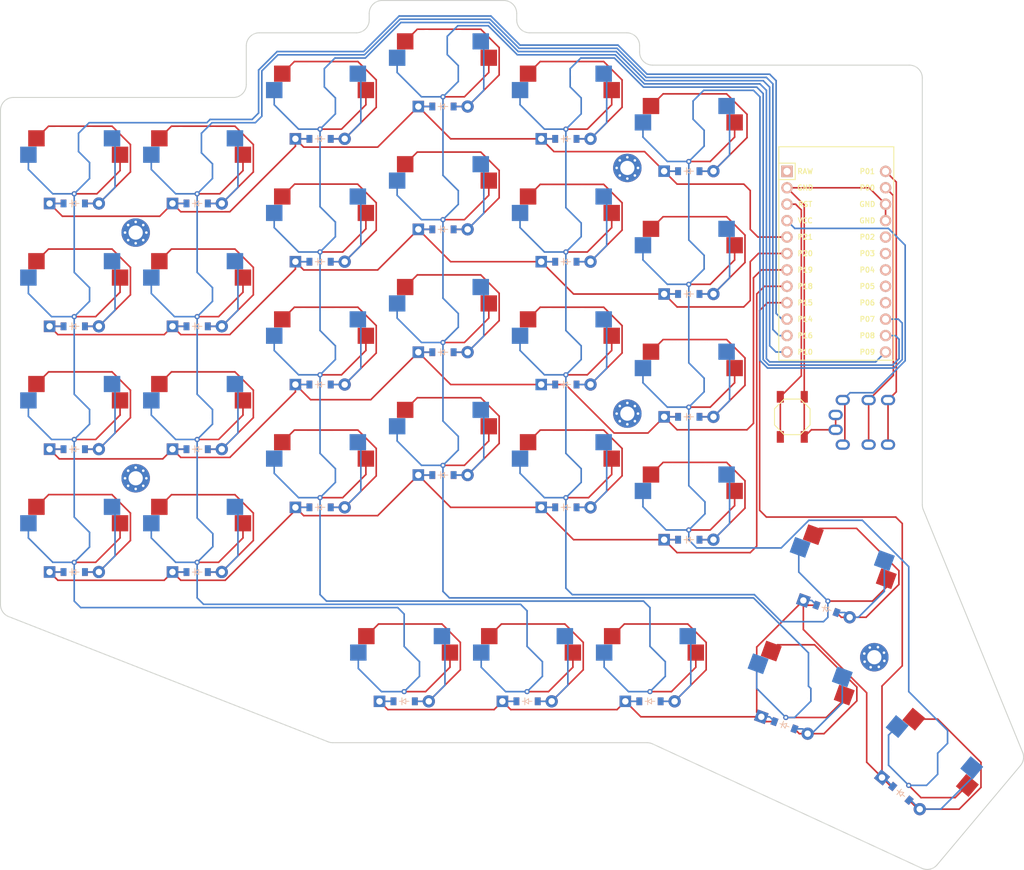
<source format=kicad_pcb>
(kicad_pcb (version 20241229) (generator "pcbnew") (generator_version "9.0")
  (title_block (title "pcb") (rev "v1.0.0") (company "Unknown"))
  (layers (0 "F.Cu" signal) (2 "B.Cu" signal) (13 "F.Paste" user) (15 "B.Paste" user) (5 "F.SilkS" user "F.Silkscreen") (7 "B.SilkS" user "B.Silkscreen") (1 "F.Mask" user) (3 "B.Mask" user) (25 "Edge.Cuts" user))
  (net 0 "")
  (net 1 "P14")
  (net 2 "outer_bottom")
  (net 3 "outer_home")
  (net 4 "outer_top")
  (net 5 "outer_num")
  (net 6 "P16")
  (net 7 "pinky_bottom")
  (net 8 "pinky_home")
  (net 9 "pinky_top")
  (net 10 "pinky_num")
  (net 11 "P10")
  (net 12 "ring_bottom")
  (net 13 "ring_home")
  (net 14 "ring_top")
  (net 15 "ring_num")
  (net 16 "P9")
  (net 17 "middle_bottom")
  (net 18 "middle_home")
  (net 19 "middle_top")
  (net 20 "middle_num")
  (net 21 "P8")
  (net 22 "index_bottom")
  (net 23 "index_home")
  (net 24 "index_top")
  (net 25 "index_num")
  (net 26 "P7")
  (net 27 "inner_bottom")
  (net 28 "inner_home")
  (net 29 "inner_top")
  (net 30 "inner_num")
  (net 31 "thumb0_thumb")
  (net 32 "thumb1_thumb")
  (net 33 "thumb2_thumb")
  (net 34 "thumb3_thumb")
  (net 35 "thumb4_thumb")
  (net 36 "thumb5_thumb")
  (net 37 "P18")
  (net 38 "P19")
  (net 39 "P20")
  (net 40 "P21")
  (net 41 "P15")
  (net 42 "RAW")
  (net 43 "GND")
  (net 44 "RST")
  (net 45 "VCC")
  (net 46 "P1")
  (net 47 "P0")
  (net 48 "P2")
  (net 49 "P3")
  (net 50 "P4")
  (net 51 "P5")
  (net 52 "P6")
  (footprint "E73:SW_TACT_ALPS_SKQGABE010" (layer "F.Cu") (at 261 131 -90)
    (property "Reference" "B1" (hide yes))
    (property "Value" "" (hide yes))
  )
  (footprint "MX" (layer "F.Cu") (at 226 83)
    (property "Reference" "S20" (hide yes))
    (property "Value" "" (hide yes))
  )
  (footprint "MX" (layer "F.Cu") (at 281 185.4 -40)
    (property "Reference" "S30" (hide yes))
    (property "Value" "" (hide yes))
  )
  (footprint "ComboDiode" (layer "F.Cu") (at 150 98)
    (property "Reference" "D4" (hide yes))
    (property "Value" "" (hide yes))
  )
  (footprint "MX" (layer "F.Cu") (at 169 150)
    (property "Reference" "S5" (hide yes))
    (property "Value" "" (hide yes))
  )
  (footprint "ComboDiode" (layer "F.Cu") (at 220 175)
    (property "Reference" "D26" (hide yes))
    (property "Value" "" (hide yes))
  )
  (footprint "ComboDiode" (layer "F.Cu") (at 277.786062 189.230222 -40)
    (property "Reference" "D30" (hide yes))
    (property "Value" "" (hide yes))
  )
  (footprint "TRRS-PJ-320A-dual" (layer "F.Cu") (at 279 133 -90)
    (property "Reference" "TRRS1")
    (property "Value" "TRRS-PJ-320A-dual")
  )
  (footprint "ComboDiode" (layer "F.Cu") (at 169 98)
    (property "Reference" "D8" (hide yes))
    (property "Value" "" (hide yes))
  )
  (footprint "MX" (layer "F.Cu") (at 207 116)
    (property "Reference" "S14" (hide yes))
    (property "Value" "" (hide yes))
  )
  (footprint "MX" (layer "F.Cu") (at 201 170)
    (property "Reference" "S25" (hide yes))
    (property "Value" "" (hide yes))
  )
  (footprint "MX" (layer "F.Cu") (at 245 145)
    (property "Reference" "S21" (hide yes))
    (property "Value" "" (hide yes))
  )
  (footprint "MX" (layer "F.Cu") (at 169 93)
    (property "Reference" "S8" (hide yes))
    (property "Value" "" (hide yes))
  )
  (footprint "ComboDiode" (layer "F.Cu") (at 169 155)
    (property "Reference" "D5" (hide yes))
    (property "Value" "" (hide yes))
  )
  (footprint "ComboDiode" (layer "F.Cu") (at 169 136)
    (property "Reference" "D6" (hide yes))
    (property "Value" "" (hide yes))
  )
  (footprint "ComboDiode" (layer "F.Cu") (at 207 83)
    (property "Reference" "D16" (hide yes))
    (property "Value" "" (hide yes))
  )
  (footprint "MX" (layer "F.Cu") (at 245 107)
    (property "Reference" "S23" (hide yes))
    (property "Value" "" (hide yes))
  )
  (footprint "MX" (layer "F.Cu") (at 169 131)
    (property "Reference" "S6" (hide yes))
    (property "Value" "" (hide yes))
  )
  (footprint "ComboDiode" (layer "F.Cu") (at 226 126)
    (property "Reference" "D18" (hide yes))
    (property "Value" "" (hide yes))
  )
  (footprint "ProMicro" (layer "F.Cu") (at 267.8 107 -90)
    (property "Reference" "MCU1" (hide yes))
    (property "Value" "" (hide yes))
  )
  (footprint "ComboDiode" (layer "F.Cu") (at 207 121)
    (property "Reference" "D14" (hide yes))
    (property "Value" "" (hide yes))
  )
  (footprint "ComboDiode" (layer "F.Cu") (at 226 145)
    (property "Reference" "D17" (hide yes))
    (property "Value" "" (hide yes))
  )
  (footprint "ComboDiode" (layer "F.Cu") (at 226 88)
    (property "Reference" "D20" (hide yes))
    (property "Value" "" (hide yes))
  )
  (footprint "MX" (layer "F.Cu") (at 220 170)
    (property "Reference" "S26" (hide yes))
    (property "Value" "" (hide yes))
  )
  (footprint "ComboDiode" (layer "F.Cu") (at 150 136)
    (property "Reference" "D2" (hide yes))
    (property "Value" "" (hide yes))
  )
  (footprint "MX" (layer "F.Cu") (at 239 170)
    (property "Reference" "S27" (hide yes))
    (property "Value" "" (hide yes))
  )
  (footprint "MX" (layer "F.Cu") (at 226 102)
    (property "Reference" "S19" (hide yes))
    (property "Value" "" (hide yes))
  )
  (footprint "MX" (layer "F.Cu") (at 150 150)
    (property "Reference" "S1" (hide yes))
    (property "Value" "" (hide yes))
  )
  (footprint "ComboDiode" (layer "F.Cu") (at 169 117)
    (property "Reference" "D7" (hide yes))
    (property "Value" "" (hide yes))
  )
  (footprint "MX" (layer "F.Cu") (at 150 93)
    (property "Reference" "S4" (hide yes))
    (property "Value" "" (hide yes))
  )
  (footprint "MX" (layer "F.Cu") (at 188 83)
    (property "Reference" "S12" (hide yes))
    (property "Value" "" (hide yes))
  )
  (footprint "ComboDiode" (layer "F.Cu") (at 188 145)
    (property "Reference" "D9" (hide yes))
    (property "Value" "" (hide yes))
  )
  (footprint "MountingHole_2.2mm_M2_Pad_Via" (layer "F.Cu") (at 235.5 92.5)
    (property "Reference" "_2" (hide yes))
    (property "Value" "")
  )
  (footprint "ComboDiode" (layer "F.Cu") (at 201 175)
    (property "Reference" "D25" (hide yes))
    (property "Value" "" (hide yes))
  )
  (footprint "ComboDiode" (layer "F.Cu") (at 239 175)
    (property "Reference" "D27" (hide yes))
    (property "Value" "" (hide yes))
  )
  (footprint "MountingHole_2.2mm_M2_Pad_Via" (layer "F.Cu") (at 235.5 130.5)
    (property "Reference" "_4" (hide yes))
    (property "Value" "")
  )
  (footprint "ComboDiode" (layer "F.Cu") (at 188 107)
    (property "Reference" "D11" (hide yes))
    (property "Value" "" (hide yes))
  )
  (footprint "MountingHole_2.2mm_M2_Pad_Via" (layer "F.Cu") (at 159.5 140.5)
    (property "Reference" "_3" (hide yes))
    (property "Value" "")
  )
  (footprint "MX" (layer "F.Cu") (at 188 140)
    (property "Reference" "S9" (hide yes))
    (property "Value" "" (hide yes))
  )
  (footprint "MX" (layer "F.Cu") (at 261.5 174 -20)
    (property "Reference" "S28" (hide yes))
    (property "Value" "" (hide yes))
  )
  (footprint "ComboDiode" (layer "F.Cu") (at 245 112)
    (property "Reference" "D23" (hide yes))
    (property "Value" "" (hide yes))
  )
  (footprint "MX" (layer "F.Cu") (at 207 97)
    (property "Reference" "S15" (hide yes))
    (property "Value" "" (hide yes))
  )
  (footprint "MX" (layer "F.Cu") (at 207 78)
    (property "Reference" "S16" (hide yes))
    (property "Value" "" (hide yes))
  )
  (footprint "ComboDiode" (layer "F.Cu") (at 259.789899 178.698463 -20)
    (property "Reference" "D28" (hide yes))
    (property "Value" "" (hide yes))
  )
  (footprint "MX" (layer "F.Cu") (at 188 102)
    (property "Reference" "S11" (hide yes))
    (property "Value" "" (hide yes))
  )
  (footprint "MX" (layer "F.Cu") (at 207 135)
    (property "Reference" "S13" (hide yes))
    (property "Value" "" (hide yes))
  )
  (footprint "ComboDiode" (layer "F.Cu") (at 207 102)
    (property "Reference" "D15" (hide yes))
    (property "Value" "" (hide yes))
  )
  (footprint "ComboDiode" (layer "F.Cu") (at 150 155)
    (property "Reference" "D1" (hide yes))
    (property "Value" "" (hide yes))
  )
  (footprint "MX" (layer "F.Cu") (at 268 156 -20)
    (property "Reference" "S29" (hide yes))
    (property "Value" "" (hide yes))
  )
  (footprint "ComboDiode" (layer "F.Cu") (at 245 131)
    (property "Reference" "D22" (hide yes))
    (property "Value" "" (hide yes))
  )
  (footprint "ComboDiode" (layer "F.Cu") (at 207 140)
    (property "Reference" "D13" (hide yes))
    (property "Value" "" (hide yes))
  )
  (footprint "MX" (layer "F.Cu") (at 226 140)
    (property "Reference" "S17" (hide yes))
    (property "Value" "" (hide yes))
  )
  (footprint "MX" (layer "F.Cu") (at 188 121)
    (property "Reference" "S10" (hide yes))
    (property "Value" "" (hide yes))
  )
  (footprint "MountingHole_2.2mm_M2_Pad_Via" (layer "F.Cu") (at 159.5 102.5)
    (property "Reference" "_1" (hide yes))
    (property "Value" "")
  )
  (footprint "ComboDiode" (layer "F.Cu") (at 245 150)
    (property "Reference" "D21" (hide yes))
    (property "Value" "" (hide yes))
  )
  (footprint "MX" (layer "F.Cu") (at 150 131)
    (property "Reference" "S2" (hide yes))
    (property "Value" "" (hide yes))
  )
  (footprint "MX" (layer "F.Cu") (at 226 121)
    (property "Reference" "S18" (hide yes))
    (property "Value" "" (hide yes))
  )
  (footprint "MountingHole_2.2mm_M2_Pad_Via" (layer "F.Cu") (at 273.677889 168.176271 -20)
    (property "Reference" "_5" (hide yes))
    (property "Value" "")
  )
  (footprint "ComboDiode" (layer "F.Cu") (at 245 93)
    (property "Reference" "D24" (hide yes))
    (property "Value" "" (hide yes))
  )
  (footprint "MX" (layer "F.Cu") (at 169 112)
    (property "Reference" "S7" (hide yes))
    (property "Value" "" (hide yes))
  )
  (footprint "MX" (layer "F.Cu") (at 245 88)
    (property "Reference" "S24" (hide yes))
    (property "Value" "" (hide yes))
  )
  (footprint "ComboDiode" (layer "F.Cu") (at 188 126)
    (property "Reference" "D10" (hide yes))
    (property "Value" "" (hide yes))
  )
  (footprint "ComboDiode" (layer "F.Cu") (at 226 107)
    (property "Reference" "D19" (hide yes))
    (property "Value" "" (hide yes))
  )
  (footprint "ComboDiode" (layer "F.Cu") (at 266.289899 160.698463 -20)
    (property "Reference" "D29" (hide yes))
    (property "Value" "" (hide yes))
  )
  (footprint "ComboDiode" (layer "F.Cu") (at 150 117)
    (property "Reference" "D3" (hide yes))
    (property "Value" "" (hide yes))
  )
  (footprint "ComboDiode" (layer "F.Cu") (at 188 88)
    (property "Reference" "D12" (hide yes))
    (property "Value" "" (hide yes))
  )
  (footprint "MX" (layer "F.Cu") (at 150 112)
    (property "Reference" "S3" (hide yes))
    (property "Value" "" (hide yes))
  )
  (footprint "MX" (layer "F.Cu") (at 245 126)
    (property "Reference" "S22" (hide yes))
    (property "Value" "" (hide yes))
  )
  (gr_arc (start 239.4 76.6) (mid 237.985786 76.014214) (end 237.4 74.6) (stroke (width 0.15)) (layer "Edge.Cuts"))
  (gr_arc (start 216.4 66.6) (mid 217.814214 67.185786) (end 218.4 68.6) (stroke (width 0.15)) (layer "Edge.Cuts"))
  (gr_arc (start 281.249043 145.36414) (mid 281.137614 144.9926) (end 281.1 144.606539) (stroke (width 0.15)) (layer "Edge.Cuts"))
  (gr_line (start 239.4 76.6) (end 279.1 76.6) (stroke (width 0.15)) (layer "Edge.Cuts"))
  (gr_arc (start 235.4 71.6) (mid 236.814214 72.185786) (end 237.4 73.6) (stroke (width 0.15)) (layer "Edge.Cuts"))
  (gr_line (start 189.247963 181.261946) (end 139.869825 161.897971) (stroke (width 0.15)) (layer "Edge.Cuts"))
  (gr_arc (start 195.6 69.6) (mid 195.014214 71.014214) (end 193.6 71.6) (stroke (width 0.15)) (layer "Edge.Cuts"))
  (gr_arc (start 176.6 73.6) (mid 177.185786 72.185786) (end 178.6 71.6) (stroke (width 0.15)) (layer "Edge.Cuts"))
  (gr_line (start 195.6 69.6) (end 195.6 68.6) (stroke (width 0.15)) (layer "Edge.Cuts"))
  (gr_line (start 281.249043 145.36414) (end 296.603136 182.876995) (stroke (width 0.15)) (layer "Edge.Cuts"))
  (gr_line (start 220.4 71.6) (end 235.4 71.6) (stroke (width 0.15)) (layer "Edge.Cuts"))
  (gr_arc (start 138.6 83.6) (mid 139.185786 82.185786) (end 140.6 81.6) (stroke (width 0.15)) (layer "Edge.Cuts"))
  (gr_line (start 218.4 68.6) (end 218.4 69.6) (stroke (width 0.15)) (layer "Edge.Cuts"))
  (gr_line (start 140.6 81.6) (end 174.6 81.6) (stroke (width 0.15)) (layer "Edge.Cuts"))
  (gr_arc (start 195.6 68.6) (mid 196.185786 67.185786) (end 197.6 66.6) (stroke (width 0.15)) (layer "Edge.Cuts"))
  (gr_line (start 237.4 73.6) (end 237.4 74.6) (stroke (width 0.15)) (layer "Edge.Cuts"))
  (gr_arc (start 238.560178 181.4) (mid 238.989736 181.446675) (end 239.399244 181.58452) (stroke (width 0.15)) (layer "Edge.Cuts"))
  (gr_line (start 296.284268 184.920171) (end 283.388115 200.289207) (stroke (width 0.15)) (layer "Edge.Cuts"))
  (gr_line (start 238.560178 181.4) (end 189.978138 181.4) (stroke (width 0.15)) (layer "Edge.Cuts"))
  (gr_line (start 138.6 160.036024) (end 138.6 83.6) (stroke (width 0.15)) (layer "Edge.Cuts"))
  (gr_arc (start 176.6 79.6) (mid 176.014214 81.014214) (end 174.6 81.6) (stroke (width 0.15)) (layer "Edge.Cuts"))
  (gr_arc (start 189.978138 181.4) (mid 189.606582 181.365184) (end 189.247963 181.261946) (stroke (width 0.15)) (layer "Edge.Cuts"))
  (gr_arc (start 283.388116 200.289206) (mid 282.292226 200.955485) (end 281.01696 200.819112) (stroke (width 0.15)) (layer "Edge.Cuts"))
  (gr_arc (start 296.603137 182.876995) (mid 296.72826 183.942993) (end 296.284268 184.920171) (stroke (width 0.15)) (layer "Edge.Cuts"))
  (gr_arc (start 279.1 76.6) (mid 280.514214 77.185786) (end 281.1 78.6) (stroke (width 0.15)) (layer "Edge.Cuts"))
  (gr_line (start 178.6 71.6) (end 193.6 71.6) (stroke (width 0.15)) (layer "Edge.Cuts"))
  (gr_arc (start 220.4 71.6) (mid 218.985786 71.014214) (end 218.4 69.6) (stroke (width 0.15)) (layer "Edge.Cuts"))
  (gr_line (start 281.1 78.6) (end 281.1 144.606539) (stroke (width 0.15)) (layer "Edge.Cuts"))
  (gr_line (start 197.6 66.6) (end 216.4 66.6) (stroke (width 0.15)) (layer "Edge.Cuts"))
  (gr_line (start 281.01696 200.819112) (end 239.399244 181.58452) (stroke (width 0.15)) (layer "Edge.Cuts"))
  (gr_line (start 176.6 79.6) (end 176.6 73.6) (stroke (width 0.15)) (layer "Edge.Cuts"))
  (gr_arc (start 139.869825 161.89797) (mid 138.947676 161.162889) (end 138.6 160.036024) (stroke (width 0.15)) (layer "Edge.Cuts"))
  (segment (start 157.085 111.730099) (end 153.315099 115.5) (width 0.25) (layer "F.Cu") (net 1))
  (segment (start 153.315099 134.5) (end 150 134.5) (width 0.25) (layer "F.Cu") (net 1))
  (segment (start 157.085 149.730099) (end 153.315099 153.5) (width 0.25) (layer "F.Cu") (net 1))
  (segment (start 153.501927 96.5) (end 150 96.5) (width 0.25) (layer "F.Cu") (net 1))
  (segment (start 157.085 109.46) (end 157.085 111.730099) (width 0.25) (layer "F.Cu") (net 1))
  (segment (start 153.315099 115.5) (end 150 115.5) (width 0.25) (layer "F.Cu") (net 1))
  (segment (start 204.315099 173.5) (end 201 173.5) (width 0.25) (layer "F.Cu") (net 1))
  (segment (start 157.085 130.730099) (end 153.315099 134.5) (width 0.25) (layer "F.Cu") (net 1))
  (segment (start 208.085 167.46) (end 208.085 169.730099) (width 0.25) (layer "F.Cu") (net 1))
  (segment (start 153.315099 153.5) (end 150 153.5) (width 0.25) (layer "F.Cu") (net 1))
  (segment (start 157.085 147.46) (end 157.085 149.730099) (width 0.25) (layer "F.Cu") (net 1))
  (segment (start 157.085 128.46) (end 157.085 130.730099) (width 0.25) (layer "F.Cu") (net 1))
  (segment (start 208.085 169.730099) (end 204.315099 173.5) (width 0.25) (layer "F.Cu") (net 1))
  (segment (start 157.085 90.46) (end 157.085 92.916927) (width 0.25) (layer "F.Cu") (net 1))
  (segment (start 157.085 92.916927) (end 153.501927 96.5) (width 0.25) (layer "F.Cu") (net 1))
  (via (at 150 153.5) (size 0.8) (drill 0.4) (layers "F.Cu" "B.Cu") (net 1))
  (via (at 150 96.5) (size 0.8) (drill 0.4) (layers "F.Cu" "B.Cu") (net 1))
  (via (at 150 115.5) (size 0.8) (drill 0.4) (layers "F.Cu" "B.Cu") (net 1))
  (via (at 150 134.5) (size 0.8) (drill 0.4) (layers "F.Cu" "B.Cu") (net 1))
  (via (at 201 173.5) (size 0.8) (drill 0.4) (layers "F.Cu" "B.Cu") (net 1))
  (segment (start 152.3699 129.8699) (end 152.3699 132.1301) (width 0.25) (layer "B.Cu") (net 1))
  (segment (start 152.3699 111.018355) (end 152.3699 113.1301) (width 0.25) (layer "B.Cu") (net 1))
  (segment (start 200.22438 69) (end 214.41343 69) (width 0.25) (layer "B.Cu") (net 1))
  (segment (start 260 116.07) (end 260.18 115.89) (width 0.25) (layer "B.Cu") (net 1))
  (segment (start 150 134.5) (end 150 146.5) (width 0.25) (layer "B.Cu") (net 1))
  (segment (start 203.3699 168.8699) (end 203.3699 171.1301) (width 0.25) (layer "B.Cu") (net 1))
  (segment (start 150 115.5) (end 150 127.5) (width 0.25) (layer "B.Cu") (net 1))
  (segment (start 150 108.648455) (end 152.3699 111.018355) (width 0.25) (layer "B.Cu") (net 1))
  (segment (start 194.72438 74.5) (end 200.22438 69) (width 0.25) (layer "B.Cu") (net 1))
  (segment (start 152.3699 91.672965) (end 150.664 89.967065) (width 0.25) (layer "B.Cu") (net 1))
  (segment (start 150 146.5) (end 152.3699 148.8699) (width 0.25) (layer "B.Cu") (net 1))
  (segment (start 142.915 111.915) (end 146.5 115.5) (width 0.25) (layer "B.Cu") (net 1))
  (segment (start 146.5 115.5) (end 150 115.5) (width 0.25) (layer "B.Cu") (net 1))
  (segment (start 150 127.5) (end 152.3699 129.8699) (width 0.25) (layer "B.Cu") (net 1))
  (segment (start 200 160.5) (end 201 161.5) (width 0.25) (layer "B.Cu") (net 1))
  (segment (start 150.664 89.967065) (end 150.664 87.142935) (width 0.25) (layer "B.Cu") (net 1))
  (segment (start 150.664 87.142935) (end 152.306935 85.5) (width 0.25) (layer "B.Cu") (net 1))
  (segment (start 150 159.5) (end 151 160.5) (width 0.25) (layer "B.Cu") (net 1))
  (segment (start 234.05124 73.5) (end 238.55124 78) (width 0.25) (layer "B.Cu") (net 1))
  (segment (start 142.915 130.915) (end 142.915 128.46) (width 0.25) (layer "B.Cu") (net 1))
  (segment (start 150 134.5) (end 146.5 134.5) (width 0.25) (layer "B.Cu") (net 1))
  (segment (start 152.3699 132.1301) (end 150 134.5) (width 0.25) (layer "B.Cu") (net 1))
  (segment (start 218.91343 73.5) (end 234.05124 73.5) (width 0.25) (layer "B.Cu") (net 1))
  (segment (start 142.915 92.730099) (end 146.684901 96.5) (width 0.25) (layer "B.Cu") (net 1))
  (segment (start 197.5 173.5) (end 201 173.5) (width 0.25) (layer "B.Cu") (net 1))
  (segment (start 193.915 167.46) (end 193.915 169.915) (width 0.25) (layer "B.Cu") (net 1))
  (segment (start 193.915 169.915) (end 197.5 173.5) (width 0.25) (layer "B.Cu") (net 1))
  (segment (start 201 161.5) (end 201 166.5) (width 0.25) (layer "B.Cu") (net 1))
  (segment (start 177.5 85) (end 178.5 84) (width 0.25) (layer "B.Cu") (net 1))
  (segment (start 178.5 77.36219) (end 181.36219 74.5) (width 0.25) (layer "B.Cu") (net 1))
  (segment (start 170.5 85.5) (end 171 85) (width 0.25) (layer "B.Cu") (net 1))
  (segment (start 181.36219 74.5) (end 194.72438 74.5) (width 0.25) (layer "B.Cu") (net 1))
  (segment (start 142.915 147.46) (end 142.915 149.730099) (width 0.25) (layer "B.Cu") (net 1))
  (segment (start 146.684901 96.5) (end 150 96.5) (width 0.25) (layer "B.Cu") (net 1))
  (segment (start 150 153.5) (end 150 159.5) (width 0.25) (layer "B.Cu") (net 1))
  (segment (start 150 96.5) (end 150 108.648455) (width 0.25) (layer "B.Cu") (net 1))
  (segment (start 152.3699 94.1301) (end 152.3699 91.672965) (width 0.25) (layer "B.Cu") (net 1))
  (segment (start 151 160.5) (end 200 160.5) (width 0.25) (layer "B.Cu") (net 1))
  (segment (start 257.5 78) (end 258.5 79) (width 0.25) (layer "B.Cu") (net 1))
  (segment (start 259.57 116.07) (end 260 116.07) (width 0.25) (layer "B.Cu") (net 1))
  (segment (start 178.5 84) (end 178.5 77.36219) (width 0.25) (layer "B.Cu") (net 1))
  (segment (start 150 96.5) (end 152.3699 94.1301) (width 0.25) (layer "B.Cu") (net 1))
  (segment (start 214.41343 69) (end 218.91343 73.5) (width 0.25) (layer "B.Cu") (net 1))
  (segment (start 152.3699 151.1301) (end 150 153.5) (width 0.25) (layer "B.Cu") (net 1))
  (segment (start 142.915 109.46) (end 142.915 111.915) (width 0.25) (layer "B.Cu") (net 1))
  (segment (start 142.915 149.730099) (end 146.684901 153.5) (width 0.25) (layer "B.Cu") (net 1))
  (segment (start 203.3699 171.1301) (end 201 173.5) (width 0.25) (layer "B.Cu") (net 1))
  (segment (start 258.5 79) (end 258.5 115) (width 0.25) (layer "B.Cu") (net 1))
  (segment (start 146.5 134.5) (end 142.915 130.915) (width 0.25) (layer "B.Cu") (net 1))
  (segment (start 146.684901 153.5) (end 150 153.5) (width 0.25) (layer "B.Cu") (net 1))
  (segment (start 152.3699 148.8699) (end 152.3699 151.1301) (width 0.25) (layer "B.Cu") (net 1))
  (segment (start 152.3699 113.1301) (end 150 115.5) (width 0.25) (layer "B.Cu") (net 1))
  (segment (start 171 85) (end 177.5 85) (width 0.25) (layer "B.Cu") (net 1))
  (segment (start 238.55124 78) (end 257.5 78) (width 0.25) (layer "B.Cu") (net 1))
  (segment (start 258.5 115) (end 259.57 116.07) (width 0.25) (layer "B.Cu") (net 1))
  (segment (start 201 166.5) (end 203.3699 168.8699) (width 0.25) (layer "B.Cu") (net 1))
  (segment (start 142.915 90.46) (end 142.915 92.730099) (width 0.25) (layer "B.Cu") (net 1))
  (segment (start 152.306935 85.5) (end 170.5 85.5) (width 0.25) (layer "B.Cu") (net 1))
  (segment (start 153.81 155) (end 151.65 155) (width 0.25) (layer "F.Cu") (net 2))
  (segment (start 158.686 145.884) (end 158.686 150.124) (width 0.25) (layer "F.Cu") (net 2))
  (segment (start 158.686 150.124) (end 153.81 155) (width 0.25) (layer "F.Cu") (net 2))
  (segment (start 146.052 143.026) (end 155.828 143.026) (width 0.25) (layer "F.Cu") (net 2))
  (segment (start 144.158 144.92) (end 146.052 143.026) (width 0.25) (layer "F.Cu") (net 2))
  (segment (start 155.828 143.026) (end 158.686 145.884) (width 0.25) (layer "F.Cu") (net 2))
  (segment (start 155.842 144.92) (end 156.3069 145.3849) (width 0.25) (layer "B.Cu") (net 2))
  (segment (start 156.3069 145.3849) (end 156.3069 152.5031) (width 0.25) (layer "B.Cu") (net 2))
  (segment (start 153.81 155) (end 151.65 155) (width 0.25) (layer "B.Cu") (net 2))
  (segment (start 156.3069 152.5031) (end 153.81 155) (width 0.25) (layer "B.Cu") (net 2))
  (segment (start 153.81 136) (end 151.65 136) (width 0.25) (layer "F.Cu") (net 3))
  (segment (start 144.158 125.92) (end 146.034 124.044) (width 0.25) (layer "F.Cu") (net 3))
  (segment (start 158.686 131.124) (end 153.81 136) (width 0.25) (layer "F.Cu") (net 3))
  (segment (start 146.034 124.044) (end 155.846 124.044) (width 0.25) (layer "F.Cu") (net 3))
  (segment (start 155.846 124.044) (end 158.686 126.884) (width 0.25) (layer "F.Cu") (net 3))
  (segment (start 158.686 126.884) (end 158.686 131.124) (width 0.25) (layer "F.Cu") (net 3))
  (segment (start 155.842 125.92) (end 156.3069 126.3849) (width 0.25) (layer "B.Cu") (net 3))
  (segment (start 156.3069 133.5031) (end 153.81 136) (width 0.25) (layer "B.Cu") (net 3))
  (segment (start 153.81 136) (end 151.65 136) (width 0.25) (layer "B.Cu") (net 3))
  (segment (start 156.3069 126.3849) (end 156.3069 133.5031) (width 0.25) (layer "B.Cu") (net 3))
  (segment (start 153.81 117) (end 151.65 117) (width 0.25) (layer "F.Cu") (net 4))
  (segment (start 158.686 107.884) (end 158.686 112.124) (width 0.25) (layer "F.Cu") (net 4))
  (segment (start 158.686 112.124) (end 153.81 117) (width 0.25) (layer "F.Cu") (net 4))
  (segment (start 155.846 105.044) (end 158.686 107.884) (width 0.25) (layer "F.Cu") (net 4))
  (segment (start 146.034 105.044) (end 155.846 105.044) (width 0.25) (layer "F.Cu") (net 4))
  (segment (start 144.158 106.92) (end 146.034 105.044) (width 0.25) (layer "F.Cu") (net 4))
  (segment (start 153.81 117) (end 151.65 117) (width 0.25) (layer "B.Cu") (net 4))
  (segment (start 155.842 106.92) (end 156.3069 107.3849) (width 0.25) (layer "B.Cu") (net 4))
  (segment (start 156.3069 114.5031) (end 153.81 117) (width 0.25) (layer "B.Cu") (net 4))
  (segment (start 156.3069 107.3849) (end 156.3069 114.5031) (width 0.25) (layer "B.Cu") (net 4))
  (segment (start 153.81 98) (end 151.65 98) (width 0.25) (layer "F.Cu") (net 5))
  (segment (start 158.686 93.124) (end 153.81 98) (width 0.25) (layer "F.Cu") (net 5))
  (segment (start 155.846 86.044) (end 158.686 88.884) (width 0.25) (layer "F.Cu") (net 5))
  (segment (start 144.158 87.92) (end 146.034 86.044) (width 0.25) (layer "F.Cu") (net 5))
  (segment (start 146.034 86.044) (end 155.846 86.044) (width 0.25) (layer "F.Cu") (net 5))
  (segment (start 158.686 88.884) (end 158.686 93.124) (width 0.25) (layer "F.Cu") (net 5))
  (segment (start 151.65 98) (end 153.81 98) (width 0.25) (layer "B.Cu") (net 5))
  (segment (start 156.3069 88.3849) (end 156.3069 95.5031) (width 0.25) (layer "B.Cu") (net 5))
  (segment (start 155.842 87.92) (end 156.3069 88.3849) (width 0.25) (layer "B.Cu") (net 5))
  (segment (start 156.3069 95.5031) (end 153.81 98) (width 0.25) (layer "B.Cu") (net 5))
  (segment (start 172.315099 115.5) (end 169 115.5) (width 0.25) (layer "F.Cu") (net 6))
  (segment (start 176.085 92.916927) (end 172.501927 96.5) (width 0.25) (layer "F.Cu") (net 6))
  (segment (start 176.085 147.46) (end 176.085 149.730099) (width 0.25) (layer "F.Cu") (net 6))
  (segment (start 227.085 167.46) (end 227.085 169.730099) (width 0.25) (layer "F.Cu") (net 6))
  (segment (start 172.501927 96.5) (end 169 96.5) (width 0.25) (layer "F.Cu") (net 6))
  (segment (start 176.085 90.46) (end 176.085 92.916927) (width 0.25) (layer "F.Cu") (net 6))
  (segment (start 227.085 169.730099) (end 223.315099 173.5) (width 0.25) (layer "F.Cu") (net 6))
  (segment (start 223.315099 173.5) (end 220 173.5) (width 0.25) (layer "F.Cu") (net 6))
  (segment (start 176.085 149.730099) (end 172.315099 153.5) (width 0.25) (layer "F.Cu") (net 6))
  (segment (start 176.085 130.730099) (end 172.315099 134.5) (width 0.25) (layer "F.Cu") (net 6))
  (segment (start 176.085 128.46) (end 176.085 130.730099) (width 0.25) (layer "F.Cu") (net 6))
  (segment (start 176.085 109.46) (end 176.085 111.730099) (width 0.25) (layer "F.Cu") (net 6))
  (segment (start 172.315099 134.5) (end 169 134.5) (width 0.25) (layer "F.Cu") (net 6))
  (segment (start 176.085 111.730099) (end 172.315099 115.5) (width 0.25) (layer "F.Cu") (net 6))
  (segment (start 172.315099 153.5) (end 169 153.5) (width 0.25) (layer "F.Cu") (net 6))
  (via (at 169 115.5) (size 0.8) (drill 0.4) (layers "F.Cu" "B.Cu") (net 6))
  (via (at 169 153.5) (size 0.8) (drill 0.4) (layers "F.Cu" "B.Cu") (net 6))
  (via (at 220 173.5) (size 0.8) (drill 0.4) (layers "F.Cu" "B.Cu") (net 6))
  (via (at 169 96.5) (size 0.8) (drill 0.4) (layers "F.Cu" "B.Cu") (net 6))
  (via (at 169 134.5) (size 0.8) (drill 0.4) (layers "F.Cu" "B.Cu") (net 6))
  (segment (start 169 134.5) (end 169 146.648455) (width 0.25) (layer "B.Cu") (net 6))
  (segment (start 222.3699 168.8699) (end 222.3699 171.1301) (width 0.25) (layer "B.Cu") (net 6))
  (segment (start 216.684901 173.5) (end 220 173.5) (width 0.25) (layer "B.Cu") (net 6))
  (segment (start 257 78.5) (end 258 79.5) (width 0.25) (layer "B.Cu") (net 6))
  (segment (start 238.41343 78.5) (end 257 78.5) (width 0.25) (layer "B.Cu") (net 6))
  (segment (start 171.3699 91.8699) (end 169.664 90.164) (width 0.25) (layer "B.Cu") (net 6))
  (segment (start 165.684901 153.5) (end 169 153.5) (width 0.25) (layer "B.Cu") (net 6))
  (segment (start 169.664 90.164) (end 169.664 87.142935) (width 0.25) (layer "B.Cu") (net 6))
  (segment (start 212.915 169.730099) (end 216.684901 173.5) (width 0.25) (layer "B.Cu") (net 6))
  (segment (start 258 79.5) (end 258 117.5) (width 0.25) (layer "B.Cu") (net 6))
  (segment (start 194.86219 75) (end 200.36219 69.5) (width 0.25) (layer "B.Cu") (net 6))
  (segment (start 218.77562 74) (end 233.91343 74) (width 0.25) (layer "B.Cu") (net 6))
  (segment (start 200.36219 69.5) (end 214.27562 69.5) (width 0.25) (layer "B.Cu") (net 6))
  (segment (start 169 96.5) (end 169 108.648455) (width 0.25) (layer "B.Cu") (net 6))
  (segment (start 212.915 167.46) (end 212.915 169.730099) (width 0.25) (layer "B.Cu") (net 6))
  (segment (start 171.306935 85.5) (end 178 85.5) (width 0.25) (layer "B.Cu") (net 6))
  (segment (start 161.915 149.730099) (end 165.684901 153.5) (width 0.25) (layer "B.Cu") (net 6))
  (segment (start 171.3699 132.1301) (end 169 134.5) (width 0.25) (layer "B.Cu") (net 6))
  (segment (start 169 159) (end 170 160) (width 0.25) (layer "B.Cu") (net 6))
  (segment (start 169.664 87.142935) (end 171.306935 85.5) (width 0.25) (layer "B.Cu") (net 6))
  (segment (start 220 161) (end 220 166.5) (width 0.25) (layer "B.Cu") (net 6))
  (segment (start 161.915 109.46) (end 161.915 111.915) (width 0.25) (layer "B.Cu") (net 6))
  (segment (start 169 96.5) (end 171.3699 94.1301) (width 0.25) (layer "B.Cu") (net 6))
  (segment (start 161.915 92.730099) (end 165.684901 96.5) (width 0.25) (layer "B.Cu") (net 6))
  (segment (start 161.915 90.46) (end 161.915 92.730099) (width 0.25) (layer "B.Cu") (net 6))
  (segment (start 258.93 118.43) (end 260.18 118.43) (width 0.25) (layer "B.Cu") (net 6))
  (segment (start 165.684901 96.5) (end 169 96.5) (width 0.25) (layer "B.Cu") (net 6))
  (segment (start 171.3699 113.1301) (end 169 115.5) (width 0.25) (layer "B.Cu") (net 6))
  (segment (start 171.3699 111.018355) (end 171.3699 113.1301) (width 0.25) (layer "B.Cu") (net 6))
  (segment (start 181.5 75) (end 194.86219 75) (width 0.25) (layer "B.Cu") (net 6))
  (segment (start 169 146.648455) (end 171.426 149.074455) (width 0.25) (layer "B.Cu") (net 6))
  (segment (start 165.5 115.5) (end 169 115.5) (width 0.25) (layer "B.Cu") (net 6))
  (segment (start 161.915 128.46) (end 161.915 130.730099) (width 0.25) (layer "B.Cu") (net 6))
  (segment (start 219 160) (end 220 161) (width 0.25) (layer "B.Cu") (net 6))
  (segment (start 233.91343 74) (end 238.41343 78.5) (width 0.25) (layer "B.Cu") (net 6))
  (segment (start 179 77.5) (end 181.5 75) (width 0.25) (layer "B.Cu") (net 6))
  (segment (start 169 127.5) (end 171.3699 129.8699) (width 0.25) (layer "B.Cu") (net 6))
  (segment (start 161.915 130.730099) (end 165.684901 134.5) (width 0.25) (layer "B.Cu") (net 6))
  (segment (start 214.27562 69.5) (end 218.77562 74) (width 0.25) (layer "B.Cu") (net 6))
  (segment (start 258 117.5) (end 258.93 118.43) (width 0.25) (layer "B.Cu") (net 6))
  (segment (start 165.684901 134.5) (end 169 134.5) (width 0.25) (layer "B.Cu") (net 6))
  (segment (start 222.3699 171.1301) (end 220 173.5) (width 0.25) (layer "B.Cu") (net 6))
  (segment (start 161.915 111.915) (end 165.5 115.5) (width 0.25) (layer "B.Cu") (net 6))
  (segment (start 171.3699 129.8699) (end 171.3699 132.1301) (width 0.25) (layer "B.Cu") (net 6))
  (segment (start 171.3699 94.1301) (end 171.3699 91.8699) (width 0.25) (layer "B.Cu") (net 6))
  (segment (start 170 160) (end 219 160) (width 0.25) (layer "B.Cu") (net 6))
  (segment (start 169 108.648455) (end 171.3699 111.018355) (width 0.25) (layer "B.Cu") (net 6))
  (segment (start 171.426 149.074455) (end 171.426 151.074) (width 0.25) (layer "B.Cu") (net 6))
  (segment (start 220 166.5) (end 222.3699 168.8699) (width 0.25) (layer "B.Cu") (net 6))
  (segment (start 179 84.5) (end 179 77.5) (width 0.25) (layer "B.Cu") (net 6))
  (segment (start 171.426 151.074) (end 169 153.5) (width 0.25) (layer "B.Cu") (net 6))
  (segment (start 178 85.5) (end 179 84.5) (width 0.25) (layer "B.Cu") (net 6))
  (segment (start 169 153.5) (end 169 159) (width 0.25) (layer "B.Cu") (net 6))
  (segment (start 169 115.5) (end 169 127.5) (width 0.25) (layer "B.Cu") (net 6))
  (segment (start 161.915 147.46) (end 161.915 149.730099) (width 0.25) (layer "B.Cu") (net 6))
  (segment (start 172.81 155) (end 170.65 155) (width 0.25) (layer "F.Cu") (net 7))
  (segment (start 174.846 143.044) (end 177.686 145.884) (width 0.25) (layer "F.Cu") (net 7))
  (segment (start 163.158 144.92) (end 165.034 143.044) (width 0.25) (layer "F.Cu") (net 7))
  (segment (start 165.034 143.044) (end 174.846 143.044) (width 0.25) (layer "F.Cu") (net 7))
  (segment (start 177.686 145.884) (end 177.686 150.124) (width 0.25) (layer "F.Cu") (net 7))
  (segment (start 177.686 150.124) (end 172.81 155) (width 0.25) (layer "F.Cu") (net 7))
  (segment (start 174.842 144.92) (end 175.3069 145.3849) (width 0.25) (layer "B.Cu") (net 7))
  (segment (start 175.3069 145.3849) (end 175.3069 152.5031) (width 0.25) (layer "B.Cu") (net 7))
  (segment (start 175.3069 152.5031) (end 172.81 155) (width 0.25) (layer "B.Cu") (net 7))
  (segment (start 170.65 155) (end 172.81 155) (width 0.25) (layer "B.Cu") (net 7))
  (segment (start 172.81 136) (end 170.65 136) (width 0.25) (layer "F.Cu") (net 8))
  (segment (start 163.158 125.92) (end 165.034 124.044) (width 0.25) (layer "F.Cu") (net 8))
  (segment (start 177.686 131.124) (end 172.81 136) (width 0.25) (layer "F.Cu") (net 8))
  (segment (start 165.034 124.044) (end 174.846 124.044) (width 0.25) (layer "F.Cu") (net 8))
  (segment (start 174.846 124.044) (end 177.686 126.884) (width 0.25) (layer "F.Cu") (net 8))
  (segment (start 177.686 126.884) (end 177.686 131.124) (width 0.25) (layer "F.Cu") (net 8))
  (segment (start 174.842 125.92) (end 175.3069 126.3849) (width 0.25) (layer "B.Cu") (net 8))
  (segment (start 175.3069 126.3849) (end 175.3069 133.5031) (width 0.25) (layer "B.Cu") (net 8))
  (segment (start 170.65 136) (end 172.81 136) (width 0.25) (layer "B.Cu") (net 8))
  (segment (start 175.3069 133.5031) (end 172.81 136) (width 0.25) (layer "B.Cu") (net 8))
  (segment (start 174.846 105.044) (end 177.686 107.884) (width 0.25) (layer "F.Cu") (net 9))
  (segment (start 177.686 112.124) (end 172.81 117) (width 0.25) (layer "F.Cu") (net 9))
  (segment (start 172.81 117) (end 170.65 117) (width 0.25) (layer "F.Cu") (net 9))
  (segment (start 165.034 105.044) (end 174.846 105.044) (width 0.25) (layer "F.Cu") (net 9))
  (segment (start 163.158 106.92) (end 165.034 105.044) (width 0.25) (layer "F.Cu") (net 9))
  (segment (start 177.686 107.884) (end 177.686 112.124) (width 0.25) (layer "F.Cu") (net 9))
  (segment (start 170.65 117) (end 172.81 117) (width 0.25) (layer "B.Cu") (net 9))
  (segment (start 175.3069 114.5031) (end 172.81 117) (width 0.25) (layer "B.Cu") (net 9))
  (segment (start 175.3069 107.3849) (end 175.3069 114.5031) (width 0.25) (layer "B.Cu") (net 9))
  (segment (start 174.842 106.92) (end 175.3069 107.3849) (width 0.25) (layer "B.Cu") (net 9))
  (segment (start 177.686 88.884) (end 177.686 93.124) (width 0.25) (layer "F.Cu") (net 10))
  (segment (start 172.81 98) (end 170.65 98) (width 0.25) (layer "F.Cu") (net 10))
  (segment (start 165.034 86.044) (end 174.846 86.044) (width 0.25) (layer "F.Cu") (net 10))
  (segment (start 174.846 86.044) (end 177.686 88.884) (width 0.25) (layer "F.Cu") (net 10))
  (segment (start 177.686 93.124) (end 172.81 98) (width 0.25) (layer "F.Cu") (net 10))
  (segment (start 163.158 87.92) (end 165.034 86.044) (width 0.25) (layer "F.Cu") (net 10))
  (segment (start 170.65 98) (end 172.81 98) (width 0.25) (layer "B.Cu") (net 10))
  (segment (start 174.842 87.92) (end 175.3069 88.3849) (width 0.25) (layer "B.Cu") (net 10))
  (segment (start 175.3069 95.5031) (end 172.81 98) (width 0.25) (layer "B.Cu") (net 10))
  (segment (start 175.3069 88.3849) (end 175.3069 95.5031) (width 0.25) (layer "B.Cu") (net 10))
  (segment (start 195.085 137.46) (end 195.085 139.915) (width 0.25) (layer "F.Cu") (net 11))
  (segment (start 191.315099 124.5) (end 188 124.5) (width 0.25) (layer "F.Cu") (net 11))
  (segment (start 195.085 82.730099) (end 191.315099 86.5) (width 0.25) (layer "F.Cu") (net 11))
  (segment (start 195.085 120.730099) (end 191.315099 124.5) (width 0.25) (layer "F.Cu") (net 11))
  (segment (start 191.5 143.5) (end 188 143.5) (width 0.25) (layer "F.Cu") (net 11))
  (segment (start 195.085 99.46) (end 195.085 101.915) (width 0.25) (layer "F.Cu") (net 11))
  (segment (start 246.085 169.730099) (end 242.315099 173.5) (width 0.25) (layer "F.Cu") (net 11))
  (segment (start 195.085 118.46) (end 195.085 120.730099) (width 0.25) (layer "F.Cu") (net 11))
  (segment (start 191.315099 86.5) (end 188 86.5) (width 0.25) (layer "F.Cu") (net 11))
  (segment (start 191.5 105.5) (end 188 105.5) (width 0.25) (layer "F.Cu") (net 11))
  (segment (start 195.085 139.915) (end 191.5 143.5) (width 0.25) (layer "F.Cu") (net 11))
  (segment (start 195.085 80.46) (end 195.085 82.730099) (width 0.25) (layer "F.Cu") (net 11))
  (segment (start 242.315099 173.5) (end 239 173.5) (width 0.25) (layer "F.Cu") (net 11))
  (segment (start 195.085 101.915) (end 191.5 105.5) (width 0.25) (layer "F.Cu") (net 11))
  (segment (start 246.085 167.46) (end 246.085 169.730099) (width 0.25) (layer "F.Cu") (net 11))
  (via (at 188 105.5) (size 0.8) (drill 0.4) (layers "F.Cu" "B.Cu") (net 11))
  (via (at 188 86.5) (size 0.8) (drill 0.4) (layers "F.Cu" "B.Cu") (net 11))
  (via (at 188 143.5) (size 0.8) (drill 0.4) (layers "F.Cu" "B.Cu") (net 11))
  (via (at 188 124.5) (size 0.8) (drill 0.4) (layers "F.Cu" "B.Cu") (net 11))
  (via (at 239 173.5) (size 0.8) (drill 0.4) (layers "F.Cu" "B.Cu") (net 11))
  (segment (start 184.684901 143.5) (end 188 143.5) (width 0.25) (layer "B.Cu") (net 11))
  (segment (start 180.915 82.730099) (end 184.684901 86.5) (width 0.25) (layer "B.Cu") (net 11))
  (segment (start 190.3699 139.018355) (end 190.3699 141.1301) (width 0.25) (layer "B.Cu") (net 11))
  (segment (start 190.3699 84.1301) (end 190.3699 81.672965) (width 0.25) (layer "B.Cu") (net 11))
  (segment (start 190.3699 120.018355) (end 190.3699 122.1301) (width 0.25) (layer "B.Cu") (net 11))
  (segment (start 200.5 70) (end 214.13781 70) (width 0.25) (layer "B.Cu") (net 11))
  (segment (start 184.684901 86.5) (end 188 86.5) (width 0.25) (layer "B.Cu") (net 11))
  (segment (start 214.13781 70) (end 218.63781 74.5) (width 0.25) (layer "B.Cu") (net 11))
  (segment (start 180.915 120.730099) (end 184.684901 124.5) (width 0.25) (layer "B.Cu") (net 11))
  (segment (start 180.915 101.730099) (end 184.684901 105.5) (width 0.25) (layer "B.Cu") (net 11))
  (segment (start 184.684901 105.5) (end 188 105.5) (width 0.25) (layer "B.Cu") (net 11))
  (segment (start 190.3699 100.8699) (end 190.3699 103.1301) (width 0.25) (layer "B.Cu") (net 11))
  (segment (start 239 166.5) (end 241.3699 168.8699) (width 0.25) (layer "B.Cu") (net 11))
  (segment (start 180.915 139.730099) (end 184.684901 143.5) (width 0.25) (layer "B.Cu") (net 11))
  (segment (start 238 159.5) (end 239 160.5) (width 0.25) (layer "B.Cu") (net 11))
  (segment (start 258.47 120.97) (end 260.18 120.97) (width 0.25) (layer "B.Cu") (net 11))
  (segment (start 256.5 79) (end 257.5 80) (width 0.25) (layer "B.Cu") (net 11))
  (segment (start 188 86.5) (end 190.3699 84.1301) (width 0.25) (layer "B.Cu") (net 11))
  (segment (start 188 98.5) (end 190.3699 100.8699) (width 0.25) (layer "B.Cu") (net 11))
  (segment (start 233.77562 74.5) (end 238.27562 79) (width 0.25) (layer "B.Cu") (net 11))
  (segment (start 189 159.5) (end 238 159.5) (width 0.25) (layer "B.Cu") (net 11))
  (segment (start 188 158.5) (end 189 159.5) (width 0.25) (layer "B.Cu") (net 11))
  (segment (start 188 117.648455) (end 190.3699 120.018355) (width 0.25) (layer "B.Cu") (net 11))
  (segment (start 235.684901 173.5) (end 239 173.5) (width 0.25) (layer "B.Cu") (net 11))
  (segment (start 190.3699 103.1301) (end 188 105.5) (width 0.25) (layer "B.Cu") (net 11))
  (segment (start 190.3699 122.1301) (end 188 124.5) (width 0.25) (layer "B.Cu") (net 11))
  (segment (start 188 124.5) (end 188 136.648455) (width 0.25) (layer "B.Cu") (net 11))
  (segment (start 190.3699 141.1301) (end 188 143.5) (width 0.25) (layer "B.Cu") (net 11))
  (segment (start 195 75.5) (end 200.5 70) (width 0.25) (layer "B.Cu") (net 11))
  (segment (start 180.915 80.46) (end 180.915 82.730099) (width 0.25) (layer "B.Cu") (net 11))
  (segment (start 218.63781 74.5) (end 233.77562 74.5) (width 0.25) (layer "B.Cu") (net 11))
  (segment (start 188 86.5) (end 188 98.5) (width 0.25) (layer "B.Cu") (net 11))
  (segment (start 188 105.5) (end 188 117.648455) (width 0.25) (layer "B.Cu") (net 11))
  (segment (start 241.3699 171.1301) (end 239 173.5) (width 0.25) (layer "B.Cu") (net 11))
  (segment (start 231.915 169.730099) (end 235.684901 173.5) (width 0.25) (layer "B.Cu") (net 11))
  (segment (start 180.915 137.46) (end 180.915 139.730099) (width 0.25) (layer "B.Cu") (net 11))
  (segment (start 180.915 99.46) (end 180.915 101.730099) (width 0.25) (layer "B.Cu") (net 11))
  (segment (start 257.5 120) (end 258.47 120.97) (width 0.25) (layer "B.Cu") (net 11))
  (segment (start 257.5 80) (end 257.5 120) (width 0.25) (layer "B.Cu") (net 11))
  (segment (start 188.664 79.967065) (end 188.664 77.142935) (width 0.25) (layer "B.Cu") (net 11))
  (segment (start 238.27562 79) (end 256.5 79) (width 0.25) (layer "B.Cu") (net 11))
  (segment (start 188.664 77.142935) (end 190.306935 75.5) (width 0.25) (layer "B.Cu") (net 11))
  (segment (start 239 160.5) (end 239 166.5) (width 0.25) (layer "B.Cu") (net 11))
  (segment (start 231.915 167.46) (end 231.915 169.730099) (width 0.25) (layer "B.Cu") (net 11))
  (segment (start 180.915 118.46) (end 180.915 120.730099) (width 0.25) (layer "B.Cu") (net 11))
  (segment (start 188 136.648455) (end 190.3699 139.018355) (width 0.25) (layer "B.Cu") (net 11))
  (segment (start 190.3699 81.672965) (end 188.664 79.967065) (width 0.25) (layer "B.Cu") (net 11))
  (segment (start 241.3699 168.8699) (end 241.3699 171.1301) (width 0.25) (layer "B.Cu") (net 11))
  (segment (start 190.306935 75.5) (end 195 75.5) (width 0.25) (layer "B.Cu") (net 11))
  (segment (start 184.684901 124.5) (end 188 124.5) (width 0.25) (layer "B.Cu") (net 11))
  (segment (start 188 143.5) (end 188 158.5) (width 0.25) (layer "B.Cu") (net 11))
  (segment (start 191.81 145) (end 189.65 145) (width 0.25) (layer "F.Cu") (net 12))
  (segment (start 196.686 135.884) (end 196.686 140.124) (width 0.25) (layer "F.Cu") (net 12))
  (segment (start 182.158 134.92) (end 184.034 133.044) (width 0.25) (layer "F.Cu") (net 12))
  (segment (start 196.686 140.124) (end 191.81 145) (width 0.25) (layer "F.Cu") (net 12))
  (segment (start 193.846 133.044) (end 196.686 135.884) (width 0.25) (layer "F.Cu") (net 12))
  (segment (start 184.034 133.044) (end 193.846 133.044) (width 0.25) (layer "F.Cu") (net 12))
  (segment (start 194.3069 142.5031) (end 191.81 145) (width 0.25) (layer "B.Cu") (net 12))
  (segment (start 189.65 145) (end 191.81 145) (width 0.25) (layer "B.Cu") (net 12))
  (segment (start 194.3069 135.3849) (end 194.3069 142.5031) (width 0.25) (layer "B.Cu") (net 12))
  (segment (start 193.842 134.92) (end 194.3069 135.3849) (width 0.25) (layer "B.Cu") (net 12))
  (segment (start 196.686 121.124) (end 191.81 126) (width 0.25) (layer "F.Cu") (net 13))
  (segment (start 193.846 114.044) (end 196.686 116.884) (width 0.25) (layer "F.Cu") (net 13))
  (segment (start 184.034 114.044) (end 193.846 114.044) (width 0.25) (layer "F.Cu") (net 13))
  (segment (start 196.686 116.884) (end 196.686 121.124) (width 0.25) (layer "F.Cu") (net 13))
  (segment (start 191.81 126) (end 189.65 126) (width 0.25) (layer "F.Cu") (net 13))
  (segment (start 182.158 115.92) (end 184.034 114.044) (width 0.25) (layer "F.Cu") (net 13))
  (segment (start 193.842 115.92) (end 194.3069 116.3849) (width 0.25) (layer "B.Cu") (net 13))
  (segment (start 189.65 126) (end 191.81 126) (width 0.25) (layer "B.Cu") (net 13))
  (segment (start 194.3069 123.5031) (end 191.81 126) (width 0.25) (layer "B.Cu") (net 13))
  (segment (start 194.3069 116.3849) (end 194.3069 123.5031) (width 0.25) (layer "B.Cu") (net 13))
  (segment (start 182.158 96.92) (end 184.078 95) (width 0.25) (layer "F.Cu") (net 14))
  (segment (start 196.686 102.124) (end 191.81 107) (width 0.25) (layer "F.Cu") (net 14))
  (segment (start 184.078 95) (end 193.802 95) (width 0.25) (layer "F.Cu") (net 14))
  (segment (start 196.686 97.884) (end 196.686 102.124) (width 0.25) (layer "F.Cu") (net 14))
  (segment (start 193.802 95) (end 196.686 97.884) (width 0.25) (layer "F.Cu") (net 14))
  (segment (start 191.81 107) (end 189.65 107) (width 0.25) (layer "F.Cu") (net 14))
  (segment (start 193.842 96.92) (end 194.3069 97.3849) (width 0.25) (layer "B.Cu") (net 14))
  (segment (start 189.65 107) (end 191.81 107) (width 0.25) (layer "B.Cu") (net 14))
  (segment (start 194.3069 104.5031) (end 191.81 107) (width 0.25) (layer "B.Cu") (net 14))
  (segment (start 194.3069 97.3849) (end 194.3069 104.5031) (width 0.25) (layer "B.Cu") (net 14))
  (segment (start 196.686 83.124) (end 191.81 88) (width 0.25) (layer "F.Cu") (net 15))
  (segment (start 182.158 77.92) (end 184.034 76.044) (width 0.25) (layer "F.Cu") (net 15))
  (segment (start 184.034 76.044) (end 193.846 76.044) (width 0.25) (layer "F.Cu") (net 15))
  (segment (start 191.81 88) (end 189.65 88) (width 0.25) (layer "F.Cu") (net 15))
  (segment (start 196.686 78.884) (end 196.686 83.124) (width 0.25) (layer "F.Cu") (net 15))
  (segment (start 193.846 76.044) (end 196.686 78.884) (width 0.25) (layer "F.Cu") (net 15))
  (segment (start 194.3069 78.3849) (end 194.3069 85.5031) (width 0.25) (layer "B.Cu") (net 15))
  (segment (start 193.842 77.92) (end 194.3069 78.3849) (width 0.25) (layer "B.Cu") (net 15))
  (segment (start 191.81 88) (end 189.65 88) (width 0.25) (layer "B.Cu") (net 15))
  (segment (start 194.3069 85.5031) (end 191.81 88) (width 0.25) (layer "B.Cu") (net 15))
  (segment (start 210.315099 119.5) (end 207 119.5) (width 0.25) (layer "F.Cu") (net 16))
  (segment (start 210.315099 138.5) (end 207 138.5) (width 0.25) (layer "F.Cu") (net 16))
  (segment (start 214.085 75.46) (end 214.085 77.730099) (width 0.25) (layer "F.Cu") (net 16))
  (segment (start 214.085 134.730099) (end 210.315099 138.5) (width 0.25) (layer "F.Cu") (net 16))
  (segment (start 210.315099 100.5) (end 207 100.5) (width 0.25) (layer "F.Cu") (net 16))
  (segment (start 214.085 115.730099) (end 210.315099 119.5) (width 0.25) (layer "F.Cu") (net 16))
  (segment (start 214.085 94.46) (end 214.085 96.730099) (width 0.25) (layer "F.Cu") (net 16))
  (segment (start 214.085 132.46) (end 214.085 134.730099) (width 0.25) (layer "F.Cu") (net 16))
  (segment (start 210.315099 81.5) (end 207 81.5) (width 0.25) (layer "F.Cu") (net 16))
  (segment (start 269.026452 174.036393) (end 269.026452 174.719748) (width 0.25) (layer "F.Cu") (net 16))
  (segment (start 214.085 96.730099) (end 210.315099 100.5) (width 0.25) (layer "F.Cu") (net 16))
  (segment (start 266.2462 177.5) (end 260 177.5) (width 0.25) (layer "F.Cu") (net 16))
  (segment (start 214.085 77.730099) (end 210.315099 81.5) (width 0.25) (layer "F.Cu") (net 16))
  (segment (start 214.085 113.46) (end 214.085 115.730099) (width 0.25) (layer "F.Cu") (net 16))
  (segment (start 269.026452 174.719748) (end 266.2462 177.5) (width 0.25) (layer "F.Cu") (net 16))
  (via (at 207 81.5) (size 0.8) (drill 0.4) (layers "F.Cu" "B.Cu") (net 16))
  (via (at 207 138.5) (size 0.8) (drill 0.4) (layers "F.Cu" "B.Cu") (net 16))
  (via (at 207 119.5) (size 0.8) (drill 0.4) (layers "F.Cu" "B.Cu") (net 16))
  (via (at 260 177.5) (size 0.8) (drill 0.4) (layers "F.Cu" "B.Cu") (net 16))
  (via (at 207 100.5) (size 0.8) (drill 0.4) (layers "F.Cu" "B.Cu") (net 16))
  (segment (start 203.684901 81.5) (end 207 81.5) (width 0.25) (layer "B.Cu") (net 16))
  (segment (start 207 112.648455) (end 209.3699 115.018355) (width 0.25) (layer "B.Cu") (net 16))
  (segment (start 209.3699 117.1301) (end 207 119.5) (width 0.25) (layer "B.Cu") (net 16))
  (segment (start 255.499461 172.999461) (end 260 177.5) (width 0.25) (layer "B.Cu") (net 16))
  (segment (start 199.915 96.730099) (end 203.684901 100.5) (width 0.25) (layer "B.Cu") (net 16))
  (segment (start 256 79.5) (end 257 80.5) (width 0.25) (layer "B.Cu") (net 16))
  (segment (start 203.684901 100.5) (end 207 100.5) (width 0.25) (layer "B.Cu") (net 16))
  (segment (start 263.8699 173.018355) (end 263.8699 174.981645) (width 0.25) (layer "B.Cu") (net 16))
  (segment (start 207 131.648455) (end 209.3699 134.018355) (width 0.25) (layer "B.Cu") (net 16))
  (segment (start 209.306935 70.5) (end 214 70.5) (width 0.25) (layer "B.Cu") (net 16))
  (segment (start 218.5 75) (end 233.63781 75) (width 0.25) (layer "B.Cu") (net 16))
  (segment (start 263.5 172.648455) (end 263.8699 173.018355) (width 0.25) (layer "B.Cu") (net 16))
  (segment (start 261.351545 177.5) (end 260 177.5) (width 0.25) (layer "B.Cu") (net 16))
  (segment (start 207 158) (end 208 159) (width 0.25) (layer "B.Cu") (net 16))
  (segment (start 199.915 94.46) (end 199.915 96.730099) (width 0.25) (layer "B.Cu") (net 16))
  (segment (start 255 159) (end 263.5 167.5) (width 0.25) (layer "B.Cu") (net 16))
  (segment (start 207 93.648455) (end 209.3699 96.018355) (width 0.25) (layer "B.Cu") (net 16))
  (segment (start 255.499461 169.401516) (end 255.499461 172.999461) (width 0.25) (layer "B.Cu") (net 16))
  (segment (start 257 122) (end 257.5 122.5) (width 0.25) (layer "B.Cu") (net 16))
  (segment (start 203.684901 138.5) (end 207 138.5) (width 0.25) (layer "B.Cu") (net 16))
  (segment (start 199.915 115.730099) (end 203.684901 119.5) (width 0.25) (layer "B.Cu") (net 16))
  (segment (start 208 159) (end 255 159) (width 0.25) (layer "B.Cu") (net 16))
  (segment (start 207 100.5) (end 207 112.648455) (width 0.25) (layer "B.Cu") (net 16))
  (segment (start 263.8699 174.981645) (end 261.351545 177.5) (width 0.25) (layer "B.Cu") (net 16))
  (segment (start 233.63781 75) (end 238.13781 79.5) (width 0.25) (layer "B.Cu") (net 16))
  (segment (start 207 119.5) (end 207 131.648455) (width 0.25) (layer "B.Cu") (net 16))
  (segment (start 209.3699 136.1301) (end 207 138.5) (width 0.25) (layer "B.Cu") (net 16))
  (segment (start 257.5 122.5) (end 273.89 122.5) (width 0.25) (layer "B.Cu") (net 16))
  (segment (start 238.13781 79.5) (end 256 79.5) (width 0.25) (layer "B.Cu") (net 16))
  (segment (start 203.684901 119.5) (end 207 119.5) (width 0.25) (layer "B.Cu") (net 16))
  (segment (start 263.5 167.5) (end 263.5 172.648455) (width 0.25) (layer "B.Cu") (net 16))
  (segment (start 209.3699 134.018355) (end 209.3699 136.1301) (width 0.25) (layer "B.Cu") (net 16))
  (segment (start 209.3699 76.672965) (end 207.664 74.967065) (width 0.25) (layer "B.Cu") (net 16))
  (segment (start 199.915 77.730099) (end 203.684901 81.5) (width 0.25) (layer "B.Cu") (net 16))
  (segment (start 207.664 72.142935) (end 209.306935 70.5) (width 0.25) (layer "B.Cu") (net 16))
  (segment (start 273.89 122.5) (end 275.42 120.97) (width 0.25) (layer "B.Cu") (net 16))
  (segment (start 199.915 75.46) (end 199.915 77.730099) (width 0.25) (layer "B.Cu") (net 16))
  (segment (start 209.3699 115.018355) (end 209.3699 117.1301) (width 0.25) (layer "B.Cu") (net 16))
  (segment (start 207 138.5) (end 207 158) (width 0.25) (layer "B.Cu") (net 16))
  (segment (start 209.3699 98.1301) (end 207 100.5) (width 0.25) (layer "B.Cu") (net 16))
  (segment (start 199.915 132.46) (end 199.915 134.730099) (width 0.25) (layer "B.Cu") (net 16))
  (segment (start 214 70.5) (end 218.5 75) (width 0.25) (layer "B.Cu") (net 16))
  (segment (start 207 81.5) (end 207 93.648455) (width 0.25) (layer "B.Cu") (net 16))
  (segment (start 199.915 113.46) (end 199.915 115.730099) (width 0.25) (layer "B.Cu") (net 16))
  (segment (start 209.3699 79.1301) (end 209.3699 76.672965) (width 0.25) (layer "B.Cu") (net 16))
  (segment (start 207 81.5) (end 209.3699 79.1301) (width 0.25) (layer "B.Cu") (net 16))
  (segment (start 207.664 74.967065) (end 207.664 72.142935) (width 0.25) (layer "B.Cu") (net 16))
  (segment (start 199.915 134.730099) (end 203.684901 138.5) (width 0.25) (layer "B.Cu") (net 16))
  (segment (start 257 80.5) (end 257 122) (width 0.25) (layer "B.Cu") (net 16))
  (segment (start 209.3699 96.018355) (end 209.3699 98.1301) (width 0.25) (layer "B.Cu") (net 16))
  (segment (start 255.711009 169.189968) (end 255.499461 169.401516) (width 0.25) (layer "B.Cu") (net 16))
  (segment (start 212.846 128.044) (end 215.686 130.884) (width 0.25) (layer "F.Cu") (net 17))
  (segment (start 203.034 128.044) (end 212.846 128.044) (width 0.25) (layer "F.Cu") (net 17))
  (segment (start 215.686 130.884) (end 215.686 135.124) (width 0.25) (layer "F.Cu") (net 17))
  (segment (start 215.686 135.124) (end 210.81 140) (width 0.25) (layer "F.Cu") (net 17))
  (segment (start 201.158 129.92) (end 203.034 128.044) (width 0.25) (layer "F.Cu") (net 17))
  (segment (start 210.81 140) (end 208.65 140) (width 0.25) (layer "F.Cu") (net 17))
  (segment (start 213.3069 130.3849) (end 213.3069 137.5031) (width 0.25) (layer "B.Cu") (net 17))
  (segment (start 212.842 129.92) (end 213.3069 130.3849) (width 0.25) (layer "B.Cu") (net 17))
  (segment (start 208.65 140) (end 210.81 140) (width 0.25) (layer "B.Cu") (net 17))
  (segment (start 213.3069 137.5031) (end 210.81 140) (width 0.25) (layer "B.Cu") (net 17))
  (segment (start 210.81 121) (end 208.65 121) (width 0.25) (layer "F.Cu") (net 18))
  (segment (start 203.034 109.044) (end 212.846 109.044) (width 0.25) (layer "F.Cu") (net 18))
  (segment (start 215.686 111.884) (end 215.686 116.124) (width 0.25) (layer "F.Cu") (net 18))
  (segment (start 201.158 110.92) (end 203.034 109.044) (width 0.25) (layer "F.Cu") (net 18))
  (segment (start 215.686 116.124) (end 210.81 121) (width 0.25) (layer "F.Cu") (net 18))
  (segment (start 212.846 109.044) (end 215.686 111.884) (width 0.25) (layer "F.Cu") (net 18))
  (segment (start 213.3069 111.3849) (end 213.3069 118.5031) (width 0.25) (layer "B.Cu") (net 18))
  (segment (start 212.842 110.92) (end 213.3069 111.3849) (width 0.25) (layer "B.Cu") (net 18))
  (segment (start 208.65 121) (end 210.81 121) (width 0.25) (layer "B.Cu") (net 18))
  (segment (start 213.3069 118.5031) (end 210.81 121) (width 0.25) (layer "B.Cu") (net 18))
  (segment (start 210.81 102) (end 208.65 102) (width 0.25) (layer "F.Cu") (net 19))
  (segment (start 215.686 97.124) (end 210.81 102) (width 0.25) (layer "F.Cu") (net 19))
  (segment (start 201.158 91.92) (end 203.034 90.044) (width 0.25) (layer "F.Cu") (net 19))
  (segment (start 212.846 90.044) (end 215.686 92.884) (width 0.25) (layer "F.Cu") (net 19))
  (segment (start 215.686 92.884) (end 215.686 97.124) (width 0.25) (layer "F.Cu") (net 19))
  (segment (start 203.034 90.044) (end 212.846 90.044) (width 0.25) (layer "F.Cu") (net 19))
  (segment (start 213.3069 92.3849) (end 213.3069 99.5031) (width 0.25) (layer "B.Cu") (net 19))
  (segment (start 213.3069 99.5031) (end 210.81 102) (width 0.25) (layer "B.Cu") (net 19))
  (segment (start 212.842 91.92) (end 213.3069 92.3849) (width 0.25) (layer "B.Cu") (net 19))
  (segment (start 208.65 102) (end 210.81 102) (width 0.25) (layer "B.Cu") (net 19))
  (segment (start 215.686 73.884) (end 215.686 78.124) (width 0.25) (layer "F.Cu") (net 20))
  (segment (start 215.686 78.124) (end 210.81 83) (width 0.25) (layer "F.Cu") (net 20))
  (segment (start 201.158 72.92) (end 203.034 71.044) (width 0.25) (layer "F.Cu") (net 20))
  (segment (start 210.81 83) (end 208.65 83) (width 0.25) (layer "F.Cu") (net 20))
  (segment (start 203.034 71.044) (end 212.846 71.044) (width 0.25) (layer "F.Cu") (net 20))
  (segment (start 212.846 71.044) (end 215.686 73.884) (width 0.25) (layer "F.Cu") (net 20))
  (segment (start 213.3069 80.5031) (end 210.81 83) (width 0.25) (layer "B.Cu") (net 20))
  (segment (start 212.842 72.92) (end 213.3069 73.3849) (width 0.25) (layer "B.Cu") (net 20))
  (segment (start 213.3069 73.3849) (end 213.3069 80.5031) (width 0.25) (layer "B.Cu") (net 20))
  (segment (start 208.65 83) (end 210.81 83) (width 0.25) (layer "B.Cu") (net 20))
  (segment (start 233.085 101.730099) (end 229.315099 105.5) (width 0.25) (layer "F.Cu") (net 21))
  (segment (start 275.526452 157.366615) (end 273.393067 159.5) (width 0.25) (layer "F.Cu") (net 21))
  (segment (start 233.085 120.730099) (end 229.315099 124.5) (width 0.25) (layer "F.Cu") (net 21))
  (segment (start 233.085 139.915) (end 229.5 143.5) (width 0.25) (layer "F.Cu") (net 21))
  (segment (start 275.526452 156.036393) (end 275.526452 157.366615) (width 0.25) (layer "F.Cu") (net 21))
  (segment (start 229.5 143.5) (end 226 143.5) (width 0.25) (layer "F.Cu") (net 21))
  (segment (start 233.085 80.46) (end 233.085 82.730099) (width 0.25) (layer "F.Cu") (net 21))
  (segment (start 273.393067 159.5) (end 266.5 159.5) (width 0.25) (layer "F.Cu") (net 21))
  (segment (start 229.315099 105.5) (end 226 105.5) (width 0.25) (layer "F.Cu") (net 21))
  (segment (start 229.315099 86.5) (end 226 86.5) (width 0.25) (layer "F.Cu") (net 21))
  (segment (start 233.085 82.730099) (end 229.315099 86.5) (width 0.25) (layer "F.Cu") (net 21))
  (segment (start 233.085 99.46) (end 233.085 101.730099) (width 0.25) (layer "F.Cu") (net 21))
  (segment (start 233.085 118.46) (end 233.085 120.730099) (width 0.25) (layer "F.Cu") (net 21))
  (segment (start 233.085 137.46) (end 233.085 139.915) (width 0.25) (layer "F.Cu") (net 21))
  (segment (start 229.315099 124.5) (end 226 124.5) (width 0.25) (layer "F.Cu") (net 21))
  (via (at 266.5 159.5) (size 0.8) (drill 0.4) (layers "F.Cu" "B.Cu") (net 21))
  (via (at 226 143.5) (size 0.8) (drill 0.4) (layers "F.Cu" "B.Cu") (net 21))
  (via (at 226 124.5) (size 0.8) (drill 0.4) (layers "F.Cu" "B.Cu") (net 21))
  (via (at 226 86.5) (size 0.8) (drill 0.4) (layers "F.Cu" "B.Cu") (net 21))
  (via (at 226 105.5) (size 0.8) (drill 0.4) (layers "F.Cu" "B.Cu") (net 21))
  (segment (start 277.5 122) (end 277.5 119) (width 0.25) (layer "B.Cu") (net 21))
  (segment (start 259.318905 162.681095) (end 265.818905 162.681095) (width 0.25) (layer "B.Cu") (net 21))
  (segment (start 233.5 75.5) (end 238 80) (width 0.25) (layer "B.Cu") (net 21))
  (segment (start 226 143.5) (end 226 157.5) (width 0.25) (layer "B.Cu") (net 21))
  (segment (start 218.915 120.730099) (end 222.684901 124.5) (width 0.25) (layer "B.Cu") (net 21))
  (segment (start 228.3699 81.672965) (end 226.664 79.967065) (width 0.25) (layer "B.Cu") (net 21))
  (segment (start 227 158.5) (end 255.13781 158.5) (width 0.25) (layer "B.Cu") (net 21))
  (segment (start 222.684901 124.5) (end 226 124.5) (width 0.25) (layer "B.Cu") (net 21))
  (segment (start 256.5 81) (end 256.5 122.13781) (width 0.25) (layer "B.Cu") (net 21))
  (segment (start 255.5 80) (end 256.5 81) (width 0.25) (layer "B.Cu") (net 21))
  (segment (start 228.3699 120.018355) (end 228.3699 122.1301) (width 0.25) (layer "B.Cu") (net 21))
  (segment (start 218.915 137.46) (end 218.915 139.730099) (width 0.25) (layer "B.Cu") (net 21))
  (segment (start 238 80) (end 255.5 80) (width 0.25) (layer "B.Cu") (net 21))
  (segment (start 276.5 123) (end 277.5 122) (width 0.25) (layer "B.Cu") (net 21))
  (segment (start 228.3699 141.1301) (end 226 143.5) (width 0.25) (layer "B.Cu") (net 21))
  (segment (start 257.36219 123) (end 276.5 123) (width 0.25) (layer "B.Cu") (net 21))
  (segment (start 228.3699 84.1301) (end 228.3699 81.672965) (width 0.25) (layer "B.Cu") (net 21))
  (segment (start 261.999461 154.999461) (end 266.5 159.5) (width 0.25) (layer "B.Cu") (net 21))
  (segment (start 228.3699 122.1301) (end 226 124.5) (width 0.25) (layer "B.Cu") (net 21))
  (segment (start 218.915 80.46) (end 218.915 82.730099) (width 0.25) (layer "B.Cu") (net 21))
  (segment (start 265.818905 162.681095) (end 266.5 162) (width 0.25) (layer "B.Cu") (net 21))
  (segment (start 228.3699 103.1301) (end 226 105.5) (width 0.25) (layer "B.Cu") (net 21))
  (segment (start 256.5 122.13781) (end 257.36219 123) (width 0.25) (layer "B.Cu") (net 21))
  (segment (start 255.13781 158.5) (end 259.318905 162.681095) (width 0.25) (layer "B.Cu") (net 21))
  (segment (start 222.684901 86.5) (end 226 86.5) (width 0.25) (layer "B.Cu") (net 21))
  (segment (start 218.915 118.46) (end 218.915 120.730099) (width 0.25) (layer "B.Cu") (net 21))
  (segment (start 261.999461 151.401516) (end 261.999461 154.999461) (width 0.25) (layer "B.Cu") (net 21))
  (segment (start 226 136.648455) (end 228.3699 139.018355) (width 0.25) (layer "B.Cu") (net 21))
  (segment (start 228.3699 139.018355) (end 228.3699 141.1301) (width 0.25) (layer "B.Cu") (net 21))
  (segment (start 228.306935 75.5) (end 233.5 75.5) (width 0.25) (layer "B.Cu") (net 21))
  (segment (start 226 86.5) (end 228.3699 84.1301) (width 0.25) (layer "B.Cu") (net 21))
  (segment (start 226 105.5) (end 226 117.648455) (width 0.25) (layer "B.Cu") (net 21))
  (segment (start 276.93 118.43) (end 275.42 118.43) (width 0.25) (layer "B.Cu") (net 21))
  (segment (start 228.3699 101.018355) (end 228.3699 103.1301) (width 0.25) (layer "B.Cu") (net 21))
  (segment (start 222.684901 105.5) (end 226 105.5) (width 0.25) (layer "B.Cu") (net 21))
  (segment (start 226.664 77.142935) (end 228.306935 75.5) (width 0.25) (layer "B.Cu") (net 21))
  (segment (start 218.915 99.46) (end 218.915 101.730099) (width 0.25) (layer "B.Cu") (net 21))
  (segment (start 277.5 119) (end 276.93 118.43) (width 0.25) (layer "B.Cu") (net 21))
  (segment (start 226 157.5) (end 227 158.5) (width 0.25) (layer "B.Cu") (net 21))
  (segment (start 218.915 82.730099) (end 222.684901 86.5) (width 0.25) (layer "B.Cu") (net 21))
  (segment (start 218.915 101.730099) (end 222.684901 105.5) (width 0.25) (layer "B.Cu") (net 21))
  (segment (start 226.664 79.967065) (end 226.664 77.142935) (width 0.25) (layer "B.Cu") (net 21))
  (segment (start 226 117.648455) (end 228.3699 120.018355) (width 0.25) (layer "B.Cu") (net 21))
  (segment (start 262.211009 151.189968) (end 261.999461 151.401516) (width 0.25) (layer "B.Cu") (net 21))
  (segment (start 226 86.5) (end 226 98.648455) (width 0.25) (layer "B.Cu") (net 21))
  (segment (start 218.915 139.730099) (end 222.684901 143.5) (width 0.25) (layer "B.Cu") (net 21))
  (segment (start 222.684901 143.5) (end 226 143.5) (width 0.25) (layer "B.Cu") (net 21))
  (segment (start 266.5 162) (end 266.5 159.5) (width 0.25) (layer "B.Cu") (net 21))
  (segment (start 226 98.648455) (end 228.3699 101.018355) (width 0.25) (layer "B.Cu") (net 21))
  (segment (start 226 124.5) (end 226 136.648455) (width 0.25) (layer "B.Cu") (net 21))
  (segment (start 220.158 134.92) (end 222.034 133.044) (width 0.25) (layer "F.Cu") (net 22))
  (segment (start 234.686 140.124) (end 229.81 145) (width 0.25) (layer "F.Cu") (net 22))
  (segment (start 234.686 135.884) (end 234.686 140.124) (width 0.25) (layer "F.Cu") (net 22))
  (segment (start 222.034 133.044) (end 231.846 133.044) (width 0.25) (layer "F.Cu") (net 22))
  (segment (start 229.81 145) (end 227.65 145) (width 0.25) (layer "F.Cu") (net 22))
  (segment (start 231.846 133.044) (end 234.686 135.884) (width 0.25) (layer "F.Cu") (net 22))
  (segment (start 232.3069 142.5031) (end 229.81 145) (width 0.25) (layer "B.Cu") (net 22))
  (segment (start 232.3069 135.3849) (end 232.3069 142.5031) (width 0.25) (layer "B.Cu") (net 22))
  (segment (start 227.65 145) (end 229.81 145) (width 0.25) (layer "B.Cu") (net 22))
  (segment (start 231.842 134.92) (end 232.3069 135.3849) (width 0.25) (layer "B.Cu") (net 22))
  (segment (start 229.81 126) (end 227.65 126) (width 0.25) (layer "F.Cu") (net 23))
  (segment (start 222.034 114.044) (end 231.846 114.044) (width 0.25) (layer "F.Cu") (net 23))
  (segment (start 220.158 115.92) (end 222.034 114.044) (width 0.25) (layer "F.Cu") (net 23))
  (segment (start 234.686 116.884) (end 234.686 121.124) (width 0.25) (layer "F.Cu") (net 23))
  (segment (start 234.686 121.124) (end 229.81 126) (width 0.25) (layer "F.Cu") (net 23))
  (segment (start 231.846 114.044) (end 234.686 116.884) (width 0.25) (layer "F.Cu") (net 23))
  (segment (start 227.65 126) (end 229.81 126) (width 0.25) (layer "B.Cu") (net 23))
  (segment (start 232.3069 123.5031) (end 229.81 126) (width 0.25) (layer "B.Cu") (net 23))
  (segment (start 231.842 115.92) (end 232.3069 116.3849) (width 0.25) (layer "B.Cu") (net 23))
  (segment (start 232.3069 116.3849) (end 232.3069 123.5031) (width 0.25) (layer "B.Cu") (net 23))
  (segment (start 234.686 97.884) (end 234.686 102.124) (width 0.25) (layer "F.Cu") (net 24))
  (segment (start 220.158 96.92) (end 222.034 95.044) (width 0.25) (layer "F.Cu") (net 24))
  (segment (start 234.686 102.124) (end 229.81 107) (width 0.25) (layer "F.Cu") (net 24))
  (segment (start 231.846 95.044) (end 234.686 97.884) (width 0.25) (layer "F.Cu") (net 24))
  (segment (start 229.81 107) (end 227.65 107) (width 0.25) (layer "F.Cu") (net 24))
  (segment (start 222.034 95.044) (end 231.846 95.044) (width 0.25) (layer "F.Cu") (net 24))
  (segment (start 232.3069 97.3849) (end 232.3069 104.5031) (width 0.25) (layer "B.Cu") (net 24))
  (segment (start 231.842 96.92) (end 232.3069 97.3849) (width 0.25) (layer "B.Cu") (net 24))
  (segment (start 227.65 107) (end 229.81 107) (width 0.25) (layer "B.Cu") (net 24))
  (segment (start 232.3069 104.5031) (end 229.81 107) (width 0.25) (layer "B.Cu") (net 24))
  (segment (start 234.686 83.124) (end 229.81 88) (width 0.25) (layer "F.Cu") (net 25))
  (segment (start 234.686 78.884) (end 234.686 83.124) (width 0.25) (layer "F.Cu") (net 25))
  (segment (start 220.158 77.92) (end 222.034 76.044) (width 0.25) (layer "F.Cu") (net 25))
  (segment (start 231.846 76.044) (end 234.686 78.884) (width 0.25) (layer "F.Cu") (net 25))
  (segment (start 229.81 88) (end 227.65 88) (width 0.25) (layer "F.Cu") (net 25))
  (segment (start 222.034 76.044) (end 231.846 76.044) (width 0.25) (layer "F.Cu") (net 25))
  (segment (start 232.3069 78.3849) (end 232.3069 85.5031) (width 0.25) (layer "B.Cu") (net 25))
  (segment (start 232.3069 85.5031) (end 229.81 88) (width 0.25) (layer "B.Cu") (net 25))
  (segment (start 227.65 88) (end 229.81 88) (width 0.25) (layer "B.Cu") (net 25))
  (segment (start 231.842 77.92) (end 232.3069 78.3849) (width 0.25) (layer "B.Cu") (net 25))
  (segment (start 286.176241 189.892261) (end 280.892261 189.892261) (width 0.25) (layer "F.Cu") (net 26))
  (segment (start 280.892261 189.892261) (end 279 188) (width 0.25) (layer "F.Cu") (net 26))
  (segment (start 252.085 85.46) (end 252.085 87.730099) (width 0.25) (layer "F.Cu") (net 26))
  (segment (start 248.315099 91.5) (end 245 91.5) (width 0.25) (layer "F.Cu") (net 26))
  (segment (start 248.315099 129.5) (end 245 129.5) (width 0.25) (layer "F.Cu") (net 26))
  (segment (start 252.085 87.730099) (end 248.315099 91.5) (width 0.25) (layer "F.Cu") (net 26))
  (segment (start 252.085 142.46) (end 252.085 144.730099) (width 0.25) (layer "F.Cu") (net 26))
  (segment (start 288.060105 188.008397) (end 286.176241 189.892261) (width 0.25) (layer "F.Cu") (net 26))
  (segment (start 248.315099 110.5) (end 245 110.5) (width 0.25) (layer "F.Cu") (net 26))
  (segment (start 248.315099 148.5) (end 245 148.5) (width 0.25) (layer "F.Cu") (net 26))
  (segment (start 252.085 125.730099) (end 248.315099 129.5) (width 0.25) (layer "F.Cu") (net 26))
  (segment (start 252.085 104.46) (end 252.085 106.730099) (width 0.25) (layer "F.Cu") (net 26))
  (segment (start 252.085 144.730099) (end 248.315099 148.5) (width 0.25) (layer "F.Cu") (net 26))
  (segment (start 252.085 106.730099) (end 248.315099 110.5) (width 0.25) (layer "F.Cu") (net 26))
  (segment (start 252.085 123.46) (end 252.085 125.730099) (width 0.25) (layer "F.Cu") (net 26))
  (via (at 245 129.5) (size 0.8) (drill 0.4) (layers "F.Cu" "B.Cu") (net 26))
  (via (at 245 110.5) (size 0.8) (drill 0.4) (layers "F.Cu" "B.Cu") (net 26))
  (via (at 245 91.5) (size 0.8) (drill 0.4) (layers "F.Cu" "B.Cu") (net 26))
  (via (at 245 148.5) (size 0.8) (drill 0.4) (layers "F.Cu" "B.Cu") (net 26))
  (via (at 279 188) (size 0.8) (drill 0.4) (layers "F.Cu" "B.Cu") (net 26))
  (segment (start 241.684901 110.5) (end 245 110.5) (width 0.25) (layer "B.Cu") (net 26))
  (segment (start 247.5 144.148455) (end 247.5 146) (width 0.25) (layer "B.Cu") (net 26))
  (segment (start 256 122.27562) (end 257.17538 123.451) (width 0.25) (layer "B.Cu") (net 26))
  (segment (start 247.3699 125.018355) (end 247.3699 127.1301) (width 0.25) (layer "B.Cu") (net 26))
  (segment (start 275.881594 180.223759) (end 275.881594 184.881594) (width 0.25) (layer "B.Cu") (net 26))
  (segment (start 277.205256 178.900097) (end 275.881594 180.223759) (width 0.25) (layer "B.Cu") (net 26))
  (segment (start 245 141.648455) (end 247.5 144.148455) (width 0.25) (layer "B.Cu") (net 26))
  (segment (start 283.469899 183.0301) (end 283.469899 186.281646) (width 0.25) (layer "B.Cu") (net 26))
  (segment (start 245.664 82.142935) (end 247.306935 80.5) (width 0.25) (layer "B.Cu") (net 26))
  (segment (start 237.915 104.46) (end 237.915 106.730099) (width 0.25) (layer "B.Cu") (net 26))
  (segment (start 271.827912 147) (end 279 154.172088) (width 0.25) (layer "B.Cu") (net 26))
  (segment (start 283.469899 186.281646) (end 281.751545 188) (width 0.25) (layer "B.Cu") (net 26))
  (segment (start 237.915 125.730099) (end 241.684901 129.5) (width 0.25) (layer "B.Cu") (net 26))
  (segment (start 241.684901 129.5) (end 245 129.5) (width 0.25) (layer "B.Cu") (net 26))
  (segment (start 285 179.5) (end 285 181.499999) (width 0.25) (layer "B.Cu") (net 26))
  (segment (start 245 148.5) (end 245 150.052) (width 0.25) (layer "B.Cu") (net 26))
  (segment (start 245 91.5) (end 247.3699 89.1301) (width 0.25) (layer "B.Cu") (net 26))
  (segment (start 259.280169 151.2785) (end 263.558668 147) (width 0.25) (layer "B.Cu") (net 26))
  (segment (start 278 116.5) (end 277.39 115.89) (width 0.25) (layer "B.Cu") (net 26))
  (segment (start 245 110.5) (end 245 122.648455) (width 0.25) (layer "B.Cu") (net 26))
  (segment (start 255 80.5) (end 256 81.5) (width 0.25) (layer "B.Cu") (net 26))
  (segment (start 276.68681 123.451) (end 278 122.13781) (width 0.25) (layer "B.Cu") (net 26))
  (segment (start 247.3699 106.018355) (end 247.3699 108.1301) (width 0.25) (layer "B.Cu") (net 26))
  (segment (start 257.17538 123.451) (end 276.68681 123.451) (width 0.25) (layer "B.Cu") (net 26))
  (segment (start 247.306935 80.5) (end 255 80.5) (width 0.25) (layer "B.Cu") (net 26))
  (segment (start 263.558668 147) (end 271.827912 147) (width 0.25) (layer "B.Cu") (net 26))
  (segment (start 241.5 148.5) (end 245 148.5) (width 0.25) (layer "B.Cu") (net 26))
  (segment (start 237.915 87.730099) (end 241.684901 91.5) (width 0.25) (layer "B.Cu") (net 26))
  (segment (start 245.664 84.967065) (end 245.664 82.142935) (width 0.25) (layer "B.Cu") (net 26))
  (segment (start 247.3699 127.1301) (end 245 129.5) (width 0.25) (layer "B.Cu") (net 26))
  (segment (start 237.915 123.46) (end 237.915 125.730099) (width 0.25) (layer "B.Cu") (net 26))
  (segment (start 237.915 106.730099) (end 241.684901 110.5) (width 0.25) (layer "B.Cu") (net 26))
  (segment (start 275.881594 184.881594) (end 279 188) (width 0.25) (layer "B.Cu") (net 26))
  (segment (start 237.915 142.46) (end 237.915 144.915) (width 0.25) (layer "B.Cu") (net 26))
  (segment (start 245 91.5) (end 245 103.648455) (width 0.25) (layer "B.Cu") (net 26))
  (segment (start 247.3699 86.672965) (end 245.664 84.967065) (width 0.25) (layer "B.Cu") (net 26))
  (segment (start 281.751545 188) (end 279 188) (width 0.25) (layer "B.Cu") (net 26))
  (segment (start 285 181.499999) (end 283.469899 183.0301) (width 0.25) (layer "B.Cu") (net 26))
  (segment (start 246.2265 151.2785) (end 259.280169 151.2785) (width 0.25) (layer "B.Cu") (net 26))
  (segment (start 256 81.5) (end 256 122.27562) (width 0.25) (layer "B.Cu") (net 26))
  (segment (start 245 129.5) (end 245 141.648455) (width 0.25) (layer "B.Cu") (net 26))
  (segment (start 247.5 146) (end 245 148.5) (width 0.25) (layer "B.Cu") (net 26))
  (segment (start 279 154.172088) (end 279 173.5) (width 0.25) (layer "B.Cu") (net 26))
  (segment (start 237.915 144.915) (end 241.5 148.5) (width 0.25) (layer "B.Cu") (net 26))
  (segment (start 247.3699 89.1301) (end 247.3699 86.672965) (width 0.25) (layer "B.Cu") (net 26))
  (segment (start 245 103.648455) (end 247.3699 106.018355) (width 0.25) (layer "B.Cu") (net 26))
  (segment (start 278 122.13781) (end 278 116.5) (width 0.25) (layer "B.Cu") (net 26))
  (segment (start 237.915 85.46) (end 237.915 87.730099) (width 0.25) (layer "B.Cu") (net 26))
  (segment (start 247.3699 108.1301) (end 245 110.5) (width 0.25) (layer "B.Cu") (net 26))
  (segment (start 241.684901 91.5) (end 245 91.5) (width 0.25) (layer "B.Cu") (net 26))
  (segment (start 277.39 115.89) (end 275.42 115.89) (width 0.25) (layer "B.Cu") (net 26))
  (segment (start 279 173.5) (end 285 179.5) (width 0.25) (layer "B.Cu") (net 26))
  (segment (start 245 150.052) (end 246.2265 151.2785) (width 0.25) (layer "B.Cu") (net 26))
  (segment (start 245 122.648455) (end 247.3699 125.018355) (width 0.25) (layer "B.Cu") (net 26))
  (segment (start 253.686 140.884) (end 253.686 145.124) (width 0.25) (layer "F.Cu") (net 27))
  (segment (start 253.686 145.124) (end 248.81 150) (width 0.25) (layer "F.Cu") (net 27))
  (segment (start 239.158 139.92) (end 241.034 138.044) (width 0.25) (layer "F.Cu") (net 27))
  (segment (start 241.034 138.044) (end 250.846 138.044) (width 0.25) (layer "F.Cu") (net 27))
  (segment (start 248.81 150) (end 246.65 150) (width 0.25) (layer "F.Cu") (net 27))
  (segment (start 250.846 138.044) (end 253.686 140.884) (width 0.25) (layer "F.Cu") (net 27))
  (segment (start 246.65 150) (end 248.81 150) (width 0.25) (layer "B.Cu") (net 27))
  (segment (start 251.3069 147.5031) (end 248.81 150) (width 0.25) (layer "B.Cu") (net 27))
  (segment (start 250.842 139.92) (end 251.3069 140.3849) (width 0.25) (layer "B.Cu") (net 27))
  (segment (start 251.3069 140.3849) (end 251.3069 147.5031) (width 0.25) (layer "B.Cu") (net 27))
  (segment (start 239.158 120.92) (end 241.034 119.044) (width 0.25) (layer "F.Cu") (net 28))
  (segment (start 250.846 119.044) (end 253.686 121.884) (width 0.25) (layer "F.Cu") (net 28))
  (segment (start 241.034 119.044) (end 250.846 119.044) (width 0.25) (layer "F.Cu") (net 28))
  (segment (start 248.81 131) (end 246.65 131) (width 0.25) (layer "F.Cu") (net 28))
  (segment (start 253.686 126.124) (end 248.81 131) (width 0.25) (layer "F.Cu") (net 28))
  (segment (start 253.686 121.884) (end 253.686 126.124) (width 0.25) (layer "F.Cu") (net 28))
  (segment (start 251.3069 121.3849) (end 251.3069 128.5031) (width 0.25) (layer "B.Cu") (net 28))
  (segment (start 246.65 131) (end 248.81 131) (width 0.25) (layer "B.Cu") (net 28))
  (segment (start 251.3069 128.5031) (end 248.81 131) (width 0.25) (layer "B.Cu") (net 28))
  (segment (start 250.842 120.92) (end 251.3069 121.3849) (width 0.25) (layer "B.Cu") (net 28))
  (segment (start 250.846 100.044) (end 253.686 102.884) (width 0.25) (layer "F.Cu") (net 29))
  (segment (start 239.158 101.92) (end 241.034 100.044) (width 0.25) (layer "F.Cu") (net 29))
  (segment (start 253.686 102.884) (end 253.686 107.124) (width 0.25) (layer "F.Cu") (net 29))
  (segment (start 253.686 107.124) (end 248.81 112) (width 0.25) (layer "F.Cu") (net 29))
  (segment (start 248.81 112) (end 246.65 112) (width 0.25) (layer "F.Cu") (net 29))
  (segment (start 241.034 100.044) (end 250.846 100.044) (width 0.25) (layer "F.Cu") (net 29))
  (segment (start 251.3069 102.3849) (end 251.3069 109.5031) (width 0.25) (layer "B.Cu") (net 29))
  (segment (start 250.842 101.92) (end 251.3069 102.3849) (width 0.25) (layer "B.Cu") (net 29))
  (segment (start 251.3069 109.5031) (end 248.81 112) (width 0.25) (layer "B.Cu") (net 29))
  (segment (start 246.65 112) (end 248.81 112) (width 0.25) (layer "B.Cu") (net 29))
  (segment (start 254 84.198) (end 254 87.81) (width 0.25) (layer "F.Cu") (net 30))
  (segment (start 248.81 93) (end 246.65 93) (width 0.25) (layer "F.Cu") (net 30))
  (segment (start 254 87.81) (end 248.81 93) (width 0.25) (layer "F.Cu") (net 30))
  (segment (start 250.846 81.044) (end 254 84.198) (width 0.25) (layer "F.Cu") (net 30))
  (segment (start 241.034 81.044) (end 250.846 81.044) (width 0.25) (layer "F.Cu") (net 30))
  (segment (start 239.158 82.92) (end 241.034 81.044) (width 0.25) (layer "F.Cu") (net 30))
  (segment (start 250.842 82.92) (end 251.3069 83.3849) (width 0.25) (layer "B.Cu") (net 30))
  (segment (start 251.3069 90.5031) (end 248.81 93) (width 0.25) (layer "B.Cu") (net 30))
  (segment (start 246.65 93) (end 248.81 93) (width 0.25) (layer "B.Cu") (net 30))
  (segment (start 251.3069 83.3849) (end 251.3069 90.5031) (width 0.25) (layer "B.Cu") (net 30))
  (segment (start 195.158 164.92) (end 197.034 163.044) (width 0.25) (layer "F.Cu") (net 31))
  (segment (start 209.686 170.124) (end 204.81 175) (width 0.25) (layer "F.Cu") (net 31))
  (segment (start 209.686 165.884) (end 209.686 170.124) (width 0.25) (layer "F.Cu") (net 31))
  (segment (start 197.034 163.044) (end 206.846 163.044) (width 0.25) (layer "F.Cu") (net 31))
  (segment (start 206.846 163.044) (end 209.686 165.884) (width 0.25) (layer "F.Cu") (net 31))
  (segment (start 204.81 175) (end 202.65 175) (width 0.25) (layer "F.Cu") (net 31))
  (segment (start 202.65 175) (end 204.81 175) (width 0.25) (layer "B.Cu") (net 31))
  (segment (start 206.842 164.92) (end 207.3069 165.3849) (width 0.25) (layer "B.Cu") (net 31))
  (segment (start 207.3069 172.5031) (end 204.81 175) (width 0.25) (layer "B.Cu") (net 31))
  (segment (start 207.3069 165.3849) (end 207.3069 172.5031) (width 0.25) (layer "B.Cu") (net 31))
  (segment (start 228.686 165.884) (end 228.686 170.124) (width 0.25) (layer "F.Cu") (net 32))
  (segment (start 216.034 163.044) (end 225.846 163.044) (width 0.25) (layer "F.Cu") (net 32))
  (segment (start 223.81 175) (end 221.65 175) (width 0.25) (layer "F.Cu") (net 32))
  (segment (start 214.158 164.92) (end 216.034 163.044) (width 0.25) (layer "F.Cu") (net 32))
  (segment (start 228.686 170.124) (end 223.81 175) (width 0.25) (layer "F.Cu") (net 32))
  (segment (start 225.846 163.044) (end 228.686 165.884) (width 0.25) (layer "F.Cu") (net 32))
  (segment (start 226.3069 172.5031) (end 223.81 175) (width 0.25) (layer "B.Cu") (net 32))
  (segment (start 221.65 175) (end 223.81 175) (width 0.25) (layer "B.Cu") (net 32))
  (segment (start 226.3069 165.3849) (end 226.3069 172.5031) (width 0.25) (layer "B.Cu") (net 32))
  (segment (start 225.842 164.92) (end 226.3069 165.3849) (width 0.25) (layer "B.Cu") (net 32))
  (segment (start 244.846 163.044) (end 247.686 165.884) (width 0.25) (layer "F.Cu") (net 33))
  (segment (start 233.158 164.92) (end 235.034 163.044) (width 0.25) (layer "F.Cu") (net 33))
  (segment (start 247.686 165.884) (end 247.686 170.124) (width 0.25) (layer "F.Cu") (net 33))
  (segment (start 242.81 175) (end 240.65 175) (width 0.25) (layer "F.Cu") (net 33))
  (segment (start 247.686 170.124) (end 242.81 175) (width 0.25) (layer "F.Cu") (net 33))
  (segment (start 235.034 163.044) (end 244.846 163.044) (width 0.25) (layer "F.Cu") (net 33))
  (segment (start 244.842 164.92) (end 245.3069 165.3849) (width 0.25) (layer "B.Cu") (net 33))
  (segment (start 240.65 175) (end 242.81 175) (width 0.25) (layer "B.Cu") (net 33))
  (segment (start 245.3069 172.5031) (end 242.81 175) (width 0.25) (layer "B.Cu") (net 33))
  (segment (start 245.3069 165.3849) (end 245.3069 172.5031) (width 0.25) (layer "B.Cu") (net 33))
  (segment (start 265.903593 180.00156) (end 263.370128 180.00156) (width 0.25) (layer "F.Cu") (net 34))
  (segment (start 263.370128 180.00156) (end 262.079156 180.00156) (width 0.25) (layer "F.Cu") (net 34))
  (segment (start 270.978085 172.79583) (end 270.978085 174.927068) (width 0.25) (layer "F.Cu") (net 34))
  (segment (start 258.723035 166.253023) (end 264.435278 166.253023) (width 0.25) (layer "F.Cu") (net 34))
  (segment (start 270.978085 174.927068) (end 265.903593 180.00156) (width 0.25) (layer "F.Cu") (net 34))
  (segment (start 262.079156 180.00156) (end 261.340392 179.262796) (width 0.25) (layer "F.Cu") (net 34))
  (segment (start 264.435278 166.253023) (end 270.978085 172.79583) (width 0.25) (layer "F.Cu") (net 34))
  (segment (start 257.747778 167.22828) (end 258.723035 166.253023) (width 0.25) (layer "F.Cu") (net 34))
  (segment (start 262.631364 179.262796) (end 263.370128 180.00156) (width 0.25) (layer "B.Cu") (net 34))
  (segment (start 268.727147 175.272853) (end 263.99844 180.00156) (width 0.25) (layer "B.Cu") (net 34))
  (segment (start 263.99844 180.00156) (end 263.370128 180.00156) (width 0.25) (layer "B.Cu") (net 34))
  (segment (start 268.727147 171.224443) (end 268.727147 175.272853) (width 0.25) (layer "B.Cu") (net 34))
  (segment (start 261.340392 179.262796) (end 262.631364 179.262796) (width 0.25) (layer "B.Cu") (net 34))
  (segment (start 272.403593 162.00156) (end 269.870128 162.00156) (width 0.25) (layer "F.Cu") (net 35))
  (segment (start 265.223035 148.253023) (end 270.935278 148.253023) (width 0.25) (layer "F.Cu") (net 35))
  (segment (start 264.247778 149.22828) (end 265.223035 148.253023) (width 0.25) (layer "F.Cu") (net 35))
  (segment (start 268.579156 162.00156) (end 267.840392 161.262796) (width 0.25) (layer "F.Cu") (net 35))
  (segment (start 269.870128 162.00156) (end 268.579156 162.00156) (width 0.25) (layer "F.Cu") (net 35))
  (segment (start 277.478085 156.927068) (end 272.403593 162.00156) (width 0.25) (layer "F.Cu") (net 35))
  (segment (start 277.478085 154.79583) (end 277.478085 156.927068) (width 0.25) (layer "F.Cu") (net 35))
  (segment (start 270.935278 148.253023) (end 277.478085 154.79583) (width 0.25) (layer "F.Cu") (net 35))
  (segment (start 275.227147 153.224443) (end 275.227147 157.991579) (width 0.25) (layer "B.Cu") (net 35))
  (segment (start 275.227147 157.991579) (end 271.217166 162.00156) (width 0.25) (layer "B.Cu") (net 35))
  (segment (start 269.131364 161.262796) (end 269.870128 162.00156) (width 0.25) (layer "B.Cu") (net 35))
  (segment (start 267.840392 161.262796) (end 269.131364 161.262796) (width 0.25) (layer "B.Cu") (net 35))
  (segment (start 271.217166 162.00156) (end 269.870128 162.00156) (width 0.25) (layer "B.Cu") (net 35))
  (segment (start 280.438456 191.679243) (end 279.050035 190.290822) (width 0.25) (layer "F.Cu") (net 36))
  (segment (start 290.166296 184.443292) (end 290.166296 188.313573) (width 0.25) (layer "F.Cu") (net 36))
  (segment (start 286.800626 191.679243) (end 280.704691 191.679243) (width 0.25) (layer "F.Cu") (net 36))
  (segment (start 280.704691 191.679243) (end 280.438456 191.679243) (width 0.25) (layer "F.Cu") (net 36))
  (segment (start 283.476333 177.753329) (end 290.166296 184.443292) (width 0.25) (layer "F.Cu") (net 36))
  (segment (start 279.790129 177.753329) (end 283.476333 177.753329) (width 0.25) (layer "F.Cu") (net 36))
  (segment (start 290.166296 188.313573) (end 286.800626 191.679243) (width 0.25) (layer "F.Cu") (net 36))
  (segment (start 279.050035 190.290822) (end 279.31627 190.290822) (width 0.25) (layer "B.Cu") (net 36))
  (segment (start 283.956768 191.679243) (end 280.704691 191.679243) (width 0.25) (layer "B.Cu") (net 36))
  (segment (start 288.740593 185.263659) (end 288.740593 186.895418) (width 0.25) (layer "B.Cu") (net 36))
  (segment (start 288.740593 186.895418) (end 283.956768 191.679243) (width 0.25) (layer "B.Cu") (net 36))
  (segment (start 279.31627 190.290822) (end 280.704691 191.679243) (width 0.25) (layer "B.Cu") (net 36))
  (segment (start 165.19 155) (end 163.9115 156.2785) (width 0.25) (layer "F.Cu") (net 37))
  (segment (start 255.5 112) (end 256.69 110.81) (width 0.25) (layer "F.Cu") (net 37))
  (segment (start 167.35 155) (end 165.19 155) (width 0.25) (layer "F.Cu") (net 37))
  (segment (start 224.35 145) (end 222.19 145) (width 0.25) (layer "F.Cu") (net 37))
  (segment (start 203.19 140) (end 208.19 145) (width 0.25) (layer "F.Cu") (net 37))
  (segment (start 243.19 152) (end 254.5 152) (width 0.25) (layer "F.Cu") (net 37))
  (segment (start 165.19 155) (end 166.4685 156.2785) (width 0.25) (layer "F.Cu") (net 37))
  (segment (start 208.19 145) (end 222.19 145) (width 0.25) (layer "F.Cu") (net 37))
  (segment (start 184.19 145.428073) (end 184.19 145) (width 0.25) (layer "F.Cu") (net 37))
  (segment (start 196.9115 146.2785) (end 203.19 140) (width 0.25) (layer "F.Cu") (net 37))
  (segment (start 241.19 150) (end 243.19 152) (width 0.25) (layer "F.Cu") (net 37))
  (segment (start 147.4685 156.2785) (end 146.19 155) (width 0.25) (layer "F.Cu") (net 37))
  (segment (start 254.5 152) (end 255.5 151) (width 0.25) (layer "F.Cu") (net 37))
  (segment (start 185.4685 146.2785) (end 196.9115 146.2785) (width 0.25) (layer "F.Cu") (net 37))
  (segment (start 186.35 145) (end 184.19 145) (width 0.25) (layer "F.Cu") (net 37))
  (segment (start 255.5 151) (end 255.5 112) (width 0.25) (layer "F.Cu") (net 37))
  (segment (start 243.35 150) (end 241.19 150) (width 0.25) (layer "F.Cu") (net 37))
  (segment (start 163.9115 156.2785) (end 147.4685 156.2785) (width 0.25) (layer "F.Cu") (net 37))
  (segment (start 256.69 110.81) (end 260.18 110.81) (width 0.25) (layer "F.Cu") (net 37))
  (segment (start 222.19 145) (end 227.19 150) (width 0.25) (layer "F.Cu") (net 37))
  (segment (start 148.35 155) (end 146.19 155) (width 0.25) (layer "F.Cu") (net 37))
  (segment (start 184.19 145) (end 185.4685 146.2785) (width 0.25) (layer "F.Cu") (net 37))
  (segment (start 173.339573 156.2785) (end 184.19 145.428073) (width 0.25) (layer "F.Cu") (net 37))
  (segment (start 166.4685 156.2785) (end 173.339573 156.2785) (width 0.25) (layer "F.Cu") (net 37))
  (segment (start 227.19 150) (end 241.19 150) (width 0.25) (layer "F.Cu") (net 37))
  (segment (start 205.35 140) (end 203.19 140) (width 0.25) (layer "F.Cu") (net 37))
  (segment (start 165.19 155) (end 167.35 155) (width 0.25) (layer "B.Cu") (net 37))
  (segment (start 205.35 140) (end 203.19 140) (width 0.25) (layer "B.Cu") (net 37))
  (segment (start 148.35 155) (end 146.19 155) (width 0.25) (layer "B.Cu") (net 37))
  (segment (start 243.35 150) (end 241.19 150) (width 0.25) (layer "B.Cu") (net 37))
  (segment (start 224.35 145) (end 222.19 145) (width 0.25) (layer "B.Cu") (net 37))
  (segment (start 186.35 145) (end 184.19 145) (width 0.25) (layer "B.Cu") (net 37))
  (segment (start 222.19 126) (end 225.948 126) (width 0.25) (layer "F.Cu") (net 38))
  (segment (start 243.19 133) (end 254 133) (width 0.25) (layer "F.Cu") (net 38))
  (segment (start 255 109.5) (end 256.23 108.27) (width 0.25) (layer "F.Cu") (net 38))
  (segment (start 254 133) (end 255 132) (width 0.25) (layer "F.Cu") (net 38))
  (segment (start 184.19 126) (end 186.534 128.344) (width 0.25) (layer "F.Cu") (net 38))
  (segment (start 195.846 128.344) (end 203.19 121) (width 0.25) (layer "F.Cu") (net 38))
  (segment (start 241.19 131) (end 243.19 133) (width 0.25) (layer "F.Cu") (net 38))
  (segment (start 238.69 133.5) (end 241.19 131) (width 0.25) (layer "F.Cu") (net 38))
  (segment (start 186.534 128.344) (end 195.846 128.344) (width 0.25) (layer "F.Cu") (net 38))
  (segment (start 255 132) (end 255 109.5) (width 0.25) (layer "F.Cu") (net 38))
  (segment (start 148.35 136) (end 146.19 136) (width 0.25) (layer "F.Cu") (net 38))
  (segment (start 225.948 126) (end 233.448 133.5) (width 0.25) (layer "F.Cu") (net 38))
  (segment (start 205.35 121) (end 203.19 121) (width 0.25) (layer "F.Cu") (net 38))
  (segment (start 165.19 136) (end 163.69 137.5) (width 0.25) (layer "F.Cu") (net 38))
  (segment (start 174.0505 137.2785) (end 184.19 127.139) (width 0.25) (layer "F.Cu") (net 38))
  (segment (start 167.35 136) (end 165.19 136) (width 0.25) (layer "F.Cu") (net 38))
  (segment (start 163.69 137.5) (end 147.69 137.5) (width 0.25) (layer "F.Cu") (net 38))
  (segment (start 203.19 121) (end 208.19 126) (width 0.25) (layer "F.Cu") (net 38))
  (segment (start 184.19 127.139) (end 184.19 126) (width 0.25) (layer "F.Cu") (net 38))
  (segment (start 208.19 126) (end 222.19 126) (width 0.25) (layer "F.Cu") (net 38))
  (segment (start 147.69 137.5) (end 146.19 136) (width 0.25) (layer "F.Cu") (net 38))
  (segment (start 186.35 126) (end 184.19 126) (width 0.25) (layer "F.Cu") (net 38))
  (segment (start 243.35 131) (end 241.19 131) (width 0.25) (layer "F.Cu") (net 38))
  (segment (start 165.19 136) (end 166.4685 137.2785) (width 0.25) (layer "F.Cu") (net 38))
  (segment (start 166.4685 137.2785) (end 174.0505 137.2785) (width 0.25) (layer "F.Cu") (net 38))
  (segment (start 233.448 133.5) (end 238.69 133.5) (width 0.25) (layer "F.Cu") (net 38))
  (segment (start 256.23 108.27) (end 260.18 108.27) (width 0.25) (layer "F.Cu") (net 38))
  (segment (start 186.35 126) (end 184.19 126) (width 0.25) (layer "B.Cu") (net 38))
  (segment (start 205.35 121) (end 203.19 121) (width 0.25) (layer "B.Cu") (net 38))
  (segment (start 243.35 131) (end 241.19 131) (width 0.25) (layer "B.Cu") (net 38))
  (segment (start 167.35 136) (end 165.19 136) (width 0.25) (layer "B.Cu") (net 38))
  (segment (start 224.35 126) (end 222.19 126) (width 0.25) (layer "B.Cu") (net 38))
  (segment (start 148.35 136) (end 146.19 136) (width 0.25) (layer "B.Cu") (net 38))
  (segment (start 224.35 107) (end 222.19 107) (width 0.25) (layer "F.Cu") (net 39))
  (segment (start 185.4685 108.2785) (end 196.9115 108.2785) (width 0.25) (layer "F.Cu") (net 39))
  (segment (start 241.19 112) (end 243.19 114) (width 0.25) (layer "F.Cu") (net 39))
  (segment (start 205.35 102) (end 203.19 102) (width 0.25) (layer "F.Cu") (net 39))
  (segment (start 222.19 107) (end 227.19 112) (width 0.25) (layer "F.Cu") (net 39))
  (segment (start 148.35 117) (end 146.19 117) (width 0.25) (layer "F.Cu") (net 39))
  (segment (start 167.35 117) (end 165.19 117) (width 0.25) (layer "F.Cu") (net 39))
  (segment (start 254.5 107) (end 255.77 105.73) (width 0.25) (layer "F.Cu") (net 39))
  (segment (start 165.19 117) (end 166.4685 118.2785) (width 0.25) (layer "F.Cu") (net 39))
  (segment (start 184.19 108.139) (end 184.19 107) (width 0.25) (layer "F.Cu") (net 39))
  (segment (start 147.4685 118.2785) (end 146.19 117) (width 0.25) (layer "F.Cu") (net 39))
  (segment (start 184.19 107) (end 185.4685 108.2785) (width 0.25) (layer "F.Cu") (net 39))
  (segment (start 227.19 112) (end 241.19 112) (width 0.25) (layer "F.Cu") (net 39))
  (segment (start 186.35 107) (end 184.19 107) (width 0.25) (layer "F.Cu") (net 39))
  (segment (start 253.5 114) (end 254.5 113) (width 0.25) (layer "F.Cu") (net 39))
  (segment (start 208.19 107) (end 222.19 107) (width 0.25) (layer "F.Cu") (net 39))
  (segment (start 243.35 112) (end 241.19 112) (width 0.25) (layer "F.Cu") (net 39))
  (segment (start 255.77 105.73) (end 260.18 105.73) (width 0.25) (layer "F.Cu") (net 39))
  (segment (start 174.0505 118.2785) (end 184.19 108.139) (width 0.25) (layer "F.Cu") (net 39))
  (segment (start 243.19 114) (end 253.5 114) (width 0.25) (layer "F.Cu") (net 39))
  (segment (start 196.9115 108.2785) (end 203.19 102) (width 0.25) (layer "F.Cu") (net 39))
  (segment (start 165.19 117) (end 163.9115 118.2785) (width 0.25) (layer "F.Cu") (net 39))
  (segment (start 166.4685 118.2785) (end 174.0505 118.2785) (width 0.25) (layer "F.Cu") (net 39))
  (segment (start 163.9115 118.2785) (end 147.4685 118.2785) (width 0.25) (layer "F.Cu") (net 39))
  (segment (start 254.5 113) (end 254.5 107) (width 0.25) (layer "F.Cu") (net 39))
  (segment (start 203.19 102) (end 208.19 107) (width 0.25) (layer "F.Cu") (net 39))
  (segment (start 224.35 107) (end 222.19 107) (width 0.25) (layer "B.Cu") (net 39))
  (segment (start 146.19 117) (end 148.35 117) (width 0.25) (layer "B.Cu") (net 39))
  (segment (start 167.35 117) (end 165.19 117) (width 0.25) (layer "B.Cu") (net 39))
  (segment (start 205.35 102) (end 203.19 102) (width 0.25) (layer "B.Cu") (net 39))
  (segment (start 243.35 112) (end 241.19 112) (width 0.25) (layer "B.Cu") (net 39))
  (segment (start 186.35 107) (end 184.19 107) (width 0.25) (layer "B.Cu") (net 39))
  (segment (start 238.164 89.974) (end 241.19 93) (width 0.25) (layer "F.Cu") (net 40))
  (segment (start 166.4685 99.2785) (end 174.0505 99.2785) (width 0.25) (layer "F.Cu") (net 40))
  (segment (start 186.35 88) (end 184.19 88) (width 0.25) (layer "F.Cu") (net 40))
  (segment (start 254.5 102) (end 255.69 103.19) (width 0.25) (layer "F.Cu") (net 40))
  (segment (start 222.19 88) (end 224.164 89.974) (width 0.25) (layer "F.Cu") (net 40))
  (segment (start 167.35 98) (end 165.19 98) (width 0.25) (layer "F.Cu") (net 40))
  (segment (start 208.19 88) (end 222.19 88) (width 0.25) (layer "F.Cu") (net 40))
  (segment (start 224.35 88) (end 222.19 88) (width 0.25) (layer "F.Cu") (net 40))
  (segment (start 185.4685 89.2785) (end 196.9115 89.2785) (width 0.25) (layer "F.Cu") (net 40))
  (segment (start 163.216 99.974) (end 165.19 98) (width 0.25) (layer "F.Cu") (net 40))
  (segment (start 203.19 83) (end 208.19 88) (width 0.25) (layer "F.Cu") (net 40))
  (segment (start 253.5 95) (end 254.5 96) (width 0.25) (layer "F.Cu") (net 40))
  (segment (start 184.19 88) (end 185.4685 89.2785) (width 0.25) (layer "F.Cu") (net 40))
  (segment (start 255.69 103.19) (end 260.18 103.19) (width 0.25) (layer "F.Cu") (net 40))
  (segment (start 205.35 83) (end 203.19 83) (width 0.25) (layer "F.Cu") (net 40))
  (segment (start 165.19 98) (end 166.4685 99.2785) (width 0.25) (layer "F.Cu") (net 40))
  (segment (start 254.5 96) (end 254.5 102) (width 0.25) (layer "F.Cu") (net 40))
  (segment (start 148.164 99.974) (end 163.216 99.974) (width 0.25) (layer "F.Cu") (net 40))
  (segment (start 224.164 89.974) (end 238.164 89.974) (width 0.25) (layer "F.Cu") (net 40))
  (segment (start 196.9115 89.2785) (end 203.19 83) (width 0.25) (layer "F.Cu") (net 40))
  (segment (start 146.19 98) (end 148.164 99.974) (width 0.25) (layer "F.Cu") (net 40))
  (segment (start 243.35 93) (end 241.19 93) (width 0.25) (layer "F.Cu") (net 40))
  (segment (start 184.19 89.139) (end 184.19 88) (width 0.25) (layer "F.Cu") (net 40))
  (segment (start 243.19 95) (end 253.5 95) (width 0.25) (layer "F.Cu") (net 40))
  (segment (start 148.35 98) (end 146.19 98) (width 0.25) (layer "F.Cu") (net 40))
  (segment (start 174.0505 99.2785) (end 184.19 89.139) (width 0.25) (layer "F.Cu") (net 40))
  (segment (start 241.19 93) (end 243.19 95) (width 0.25) (layer "F.Cu") (net 40))
  (segment (start 186.35 88) (end 184.19 88) (width 0.25) (layer "B.Cu") (net 40))
  (segment (start 167.35 98) (end 165.19 98) (width 0.25) (layer "B.Cu") (net 40))
  (segment (start 205.35 83) (end 203.19 83) (width 0.25) (layer "B.Cu") (net 40))
  (segment (start 148.35 98) (end 146.19 98) (width 0.25) (layer "B.Cu") (net 40))
  (segment (start 243.35 93) (end 241.19 93) (width 0.25) (layer "B.Cu") (net 40))
  (segment (start 224.35 88) (end 222.19 88) (width 0.25) (layer "B.Cu") (net 40))
  (segment (start 278 147.5) (end 277 146.5) (width 0.25) (layer "F.Cu") (net 41))
  (segment (start 198.4685 176.2785) (end 214.9115 176.2785) (width 0.25) (layer "F.Cu") (net 41))
  (segment (start 276.522089 188.169622) (end 276.255854 188.169622) (width 0.25) (layer "F.Cu") (net 41))
  (segment (start 257 146.5) (end 255.951 145.451) (width 0.25) (layer "F.Cu") (net 41))
  (segment (start 276.255854 188.169622) (end 274.867433 186.781201) (width 0.25) (layer "F.Cu") (net 41))
  (segment (start 263.448434 160.13413) (end 262.70967 159.395366) (width 0.25) (layer "F.Cu") (net 41))
  (segment (start 216.19 175) (end 217.4685 176.2785) (width 0.25) (layer "F.Cu") (net 41))
  (segment (start 197.19 175) (end 198.4685 176.2785) (width 0.25) (layer "F.Cu") (net 41))
  (segment (start 214.9115 176.2785) (end 216.19 175) (width 0.25) (layer "F.Cu") (net 41))
  (segment (start 199.35 175) (end 197.19 175) (width 0.25) (layer "F.Cu") (net 41))
  (segment (start 256.948434 178.13413) (end 256.20967 177.395366) (width 0.25) (layer "F.Cu") (net 41))
  (segment (start 255.499461 166.605575) (end 262.70967 159.395366) (width 0.25) (layer "F.Cu") (net 41))
  (segment (start 255.951 145.451) (end 255.951 114.549) (width 0.25) (layer "F.Cu") (net 41))
  (segment (start 235.19 175) (end 237.585366 177.395366) (width 0.25) (layer "F.Cu") (net 41))
  (segment (start 264.739406 160.13413) (end 263.448434 160.13413) (width 0.25) (layer "F.Cu") (net 41))
  (segment (start 217.4685 176.2785) (end 233.9115 176.2785) (width 0.25) (layer "F.Cu") (net 41))
  (segment (start 274.867433 186.781201) (end 274.867433 172.632567) (width 0.25) (layer "F.Cu") (net 41))
  (segment (start 233.9115 176.2785) (end 235.19 175) (width 0.25) (layer "F.Cu") (net 41))
  (segment (start 237.585366 177.395366) (end 256.20967 177.395366) (width 0.25) (layer "F.Cu") (net 41))
  (segment (start 274.867433 172.632567) (end 278 169.5) (width 0.25) (layer "F.Cu") (net 41))
  (segment (start 256.20967 177.395366) (end 255.499461 176.685157) (width 0.25) (layer "F.Cu") (net 41))
  (segment (start 262.70967 159.395366) (end 262.70967 163.889605) (width 0.25) (layer "F.Cu") (net 41))
  (segment (start 278 169.5) (end 278 147.5) (width 0.25) (layer "F.Cu") (net 41))
  (segment (start 272.5 184.413768) (end 274.867433 186.781201) (width 0.25) (layer "F.Cu") (net 41))
  (segment (start 257.15 113.35) (end 260.18 113.35) (width 0.25) (layer "F.Cu") (net 41))
  (segment (start 272.5 173.679934) (end 272.5 184.413768) (width 0.25) (layer "F.Cu") (net 41))
  (segment (start 255.951 114.549) (end 257.15 113.35) (width 0.25) (layer "F.Cu") (net 41))
  (segment (start 262.70967 163.889605) (end 272.5 173.679934) (width 0.25) (layer "F.Cu") (net 41))
  (segment (start 218.35 175) (end 216.19 175) (width 0.25) (layer "F.Cu") (net 41))
  (segment (start 255.499461 176.685157) (end 255.499461 166.605575) (width 0.25) (layer "F.Cu") (net 41))
  (segment (start 258.239406 178.13413) (end 256.948434 178.13413) (width 0.25) (layer "F.Cu") (net 41))
  (segment (start 237.35 175) (end 235.19 175) (width 0.25) (layer "F.Cu") (net 41))
  (segment (start 277 146.5) (end 257 146.5) (width 0.25) (layer "F.Cu") (net 41))
  (segment (start 257.500642 177.395366) (end 258.239406 178.13413) (width 0.25) (layer "B.Cu") (net 41))
  (segment (start 275.133668 186.781201) (end 276.522089 188.169622) (width 0.25) (layer "B.Cu") (net 41))
  (segment (start 199.35 175) (end 197.19 175) (width 0.25) (layer "B.Cu") (net 41))
  (segment (start 274.867433 186.781201) (end 275.133668 186.781201) (width 0.25) (layer "B.Cu") (net 41))
  (segment (start 256.20967 177.395366) (end 257.500642 177.395366) (width 0.25) (layer "B.Cu") (net 41))
  (segment (start 262.70967 159.395366) (end 264.000642 159.395366) (width 0.25) (layer "B.Cu") (net 41))
  (segment (start 264.000642 159.395366) (end 264.739406 160.13413) (width 0.25) (layer "B.Cu") (net 41))
  (segment (start 237.35 175) (end 235.19 175) (width 0.25) (layer "B.Cu") (net 41))
  (segment (start 216.19 175) (end 218.35 175) (width 0.25) (layer "B.Cu") (net 41))
  (segment (start 262.85 127.9) (end 262.85 134.1) (width 0.25) (layer "F.Cu") (net 43))
  (segment (start 262.85 127.9) (end 262.85 98.24) (width 0.25) (layer "F.Cu") (net 43))
  (segment (start 263.95 133) (end 262.85 134.1) (width 0.25) (layer "F.Cu") (net 43))
  (segment (start 260.18 95.57) (end 272.88 95.57) (width 0.25) (layer "F.Cu") (net 43))
  (segment (start 267.7 130.7) (end 267.7 133) (width 0.25) (layer "F.Cu") (net 43))
  (segment (start 275.42 100.65) (end 275.42 98.11) (width 0.25) (layer "F.Cu") (net 43))
  (segment (start 267.7 133) (end 263.95 133) (width 0.25) (layer "F.Cu") (net 43))
  (segment (start 262.85 98.24) (end 260.18 95.57) (width 0.25) (layer "F.Cu") (net 43))
  (segment (start 272.88 95.57) (end 275.42 98.11) (width 0.25) (layer "F.Cu") (net 43))
  (segment (start 261.509 98.11) (end 260.18 98.11) (width 0.25) (layer "F.Cu") (net 44))
  (segment (start 259.15 134.1) (end 259.15 127.9) (width 0.25) (layer "F.Cu") (net 44))
  (segment (start 262.399 124.651) (end 262.399 99) (width 0.25) (layer "F.Cu") (net 44))
  (segment (start 262.399 99) (end 261.509 98.11) (width 0.25) (layer "F.Cu") (net 44))
  (segment (start 259.15 127.9) (end 262.399 124.651) (width 0.25) (layer "F.Cu") (net 44))
  (segment (start 269.126 134.974) (end 268.8 135.3) (width 0.25) (layer "F.Cu") (net 45))
  (segment (start 268.8 128.4) (end 269.126 128.726) (width 0.25) (layer "F.Cu") (net 45))
  (segment (start 269.126 128.726) (end 269.126 134.974) (width 0.25) (layer "F.Cu") (net 45))
  (segment (start 268.8 128.4) (end 269.926 127.274) (width 0.25) (layer "B.Cu") (net 45))
  (segment (start 278.451 122.32462) (end 278.451 104.451) (width 0.25) (layer "B.Cu") (net 45))
  (segment (start 269.926 127.274) (end 273.50162 127.274) (width 0.25) (layer "B.Cu") (net 45))
  (segment (start 273.50162 127.274) (end 278.451 122.32462) (width 0.25) (layer "B.Cu") (net 45))
  (segment (start 275.8523 101.8523) (end 261.3823 101.8523) (width 0.25) (layer "B.Cu") (net 45))
  (segment (start 261.3823 101.8523) (end 260.18 100.65) (width 0.25) (layer "B.Cu") (net 45))
  (segment (start 278.451 104.451) (end 275.8523 101.8523) (width 0.25) (layer "B.Cu") (net 45))
  (segment (start 277.0733 94.6833) (end 275.42 93.03) (width 0.25) (layer "F.Cu") (net 46))
  (segment (start 275.8 128.4) (end 275.8 135.3) (width 0.25) (layer "F.Cu") (net 46))
  (segment (start 277.0733 127.1267) (end 277.0733 94.6833) (width 0.25) (layer "F.Cu") (net 46))
  (segment (start 275.8 128.4) (end 277.0733 127.1267) (width 0.25) (layer "F.Cu") (net 46))
  (segment (start 272.8 135.3) (end 272.8 128.4) (width 0.25) (layer "F.Cu") (net 47))
  (segment (start 272.8 128.4) (end 276.6223 124.5777) (width 0.25) (layer "F.Cu") (net 47))
  (segment (start 276.6223 124.5777) (end 276.6223 96.7723) (width 0.25) (layer "F.Cu") (net 47))
  (segment (start 276.6223 96.7723) (end 275.42 95.57) (width 0.25) (layer "F.Cu") (net 47))
)
</source>
